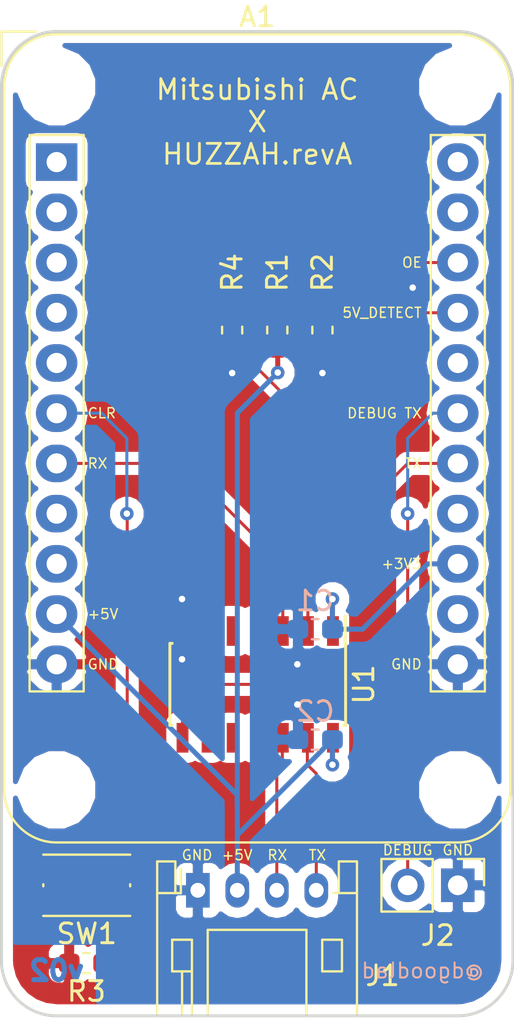
<source format=kicad_pcb>
(kicad_pcb (version 20171130) (host pcbnew 5.0.0+dfsg1-2)

  (general
    (thickness 1.6)
    (drawings 27)
    (tracks 81)
    (zones 0)
    (modules 11)
    (nets 29)
  )

  (page A4)
  (layers
    (0 F.Cu signal)
    (31 B.Cu signal)
    (32 B.Adhes user)
    (33 F.Adhes user)
    (34 B.Paste user)
    (35 F.Paste user)
    (36 B.SilkS user)
    (37 F.SilkS user)
    (38 B.Mask user)
    (39 F.Mask user)
    (40 Dwgs.User user)
    (41 Cmts.User user)
    (42 Eco1.User user)
    (43 Eco2.User user)
    (44 Edge.Cuts user)
    (45 Margin user)
    (46 B.CrtYd user)
    (47 F.CrtYd user)
    (48 B.Fab user hide)
    (49 F.Fab user hide)
  )

  (setup
    (last_trace_width 0.1524)
    (user_trace_width 0.1524)
    (trace_clearance 0.1524)
    (zone_clearance 0.508)
    (zone_45_only no)
    (trace_min 0.1524)
    (segment_width 0.2)
    (edge_width 0.15)
    (via_size 0.6858)
    (via_drill 0.3302)
    (via_min_size 0.6858)
    (via_min_drill 0.3302)
    (uvia_size 0.6858)
    (uvia_drill 0.3302)
    (uvias_allowed no)
    (uvia_min_size 0.2)
    (uvia_min_drill 0.1)
    (pcb_text_width 0.3)
    (pcb_text_size 1.5 1.5)
    (mod_edge_width 0.15)
    (mod_text_size 1 1)
    (mod_text_width 0.15)
    (pad_size 1.524 1.524)
    (pad_drill 0.762)
    (pad_to_mask_clearance 0.00508)
    (aux_axis_origin 0 0)
    (grid_origin 132.390001 82.804)
    (visible_elements FFFFFF7F)
    (pcbplotparams
      (layerselection 0x010fc_ffffffff)
      (usegerberextensions false)
      (usegerberattributes false)
      (usegerberadvancedattributes false)
      (creategerberjobfile false)
      (excludeedgelayer true)
      (linewidth 0.100000)
      (plotframeref false)
      (viasonmask false)
      (mode 1)
      (useauxorigin false)
      (hpglpennumber 1)
      (hpglpenspeed 20)
      (hpglpendiameter 15.000000)
      (psnegative false)
      (psa4output false)
      (plotreference true)
      (plotvalue true)
      (plotinvisibletext false)
      (padsonsilk false)
      (subtractmaskfromsilk false)
      (outputformat 1)
      (mirror false)
      (drillshape 1)
      (scaleselection 1)
      (outputdirectory ""))
  )

  (net 0 "")
  (net 1 +5V)
  (net 2 /5V_DET)
  (net 3 GND)
  (net 4 "Net-(R3-Pad1)")
  (net 5 /OE)
  (net 6 /TX0*_5V)
  (net 7 +3V3)
  (net 8 /TX0*)
  (net 9 /RX0*)
  (net 10 /RX0*_5V)
  (net 11 "Net-(A1-Pad1)")
  (net 12 "Net-(A1-Pad20)")
  (net 13 "Net-(A1-Pad2)")
  (net 14 "Net-(A1-Pad19)")
  (net 15 "Net-(A1-Pad3)")
  (net 16 "Net-(A1-Pad4)")
  (net 17 "Net-(A1-Pad5)")
  (net 18 "Net-(A1-Pad16)")
  (net 19 /CLEAR)
  (net 20 /TX1)
  (net 21 "Net-(A1-Pad8)")
  (net 22 "Net-(A1-Pad12)")
  (net 23 "Net-(U1-Pad4)")
  (net 24 "Net-(U1-Pad5)")
  (net 25 "Net-(U1-Pad6)")
  (net 26 "Net-(U1-Pad9)")
  (net 27 "Net-(U1-Pad10)")
  (net 28 "Net-(U1-Pad11)")

  (net_class Default "This is the default net class."
    (clearance 0.1524)
    (trace_width 0.1524)
    (via_dia 0.6858)
    (via_drill 0.3302)
    (uvia_dia 0.6858)
    (uvia_drill 0.3302)
    (add_net /5V_DET)
    (add_net /CLEAR)
    (add_net /OE)
    (add_net /RX0*)
    (add_net /RX0*_5V)
    (add_net /TX0*)
    (add_net /TX0*_5V)
    (add_net /TX1)
    (add_net "Net-(A1-Pad1)")
    (add_net "Net-(A1-Pad12)")
    (add_net "Net-(A1-Pad16)")
    (add_net "Net-(A1-Pad19)")
    (add_net "Net-(A1-Pad2)")
    (add_net "Net-(A1-Pad20)")
    (add_net "Net-(A1-Pad3)")
    (add_net "Net-(A1-Pad4)")
    (add_net "Net-(A1-Pad5)")
    (add_net "Net-(A1-Pad8)")
    (add_net "Net-(R3-Pad1)")
    (add_net "Net-(U1-Pad10)")
    (add_net "Net-(U1-Pad11)")
    (add_net "Net-(U1-Pad4)")
    (add_net "Net-(U1-Pad5)")
    (add_net "Net-(U1-Pad6)")
    (add_net "Net-(U1-Pad9)")
  )

  (net_class Power ""
    (clearance 0.1524)
    (trace_width 0.254)
    (via_dia 0.6858)
    (via_drill 0.3302)
    (uvia_dia 0.6858)
    (uvia_drill 0.3302)
    (add_net +3V3)
    (add_net +5V)
    (add_net GND)
  )

  (module Package_SO:SOIC-14_3.9x8.7mm_P1.27mm (layer F.Cu) (tedit 5A02F2D3) (tstamp 5C3F46BE)
    (at 142.576001 109.22 270)
    (descr "14-Lead Plastic Small Outline (SL) - Narrow, 3.90 mm Body [SOIC] (see Microchip Packaging Specification 00000049BS.pdf)")
    (tags "SOIC 1.27")
    (path /5C27408B)
    (attr smd)
    (fp_text reference U1 (at 0 -5.375 270) (layer F.SilkS)
      (effects (font (size 1 1) (thickness 0.15)))
    )
    (fp_text value TXB0104DR (at 0 5.375 270) (layer F.Fab)
      (effects (font (size 1 1) (thickness 0.15)))
    )
    (fp_text user %R (at 0 0 270) (layer F.Fab)
      (effects (font (size 0.9 0.9) (thickness 0.135)))
    )
    (fp_line (start -0.95 -4.35) (end 1.95 -4.35) (layer F.Fab) (width 0.15))
    (fp_line (start 1.95 -4.35) (end 1.95 4.35) (layer F.Fab) (width 0.15))
    (fp_line (start 1.95 4.35) (end -1.95 4.35) (layer F.Fab) (width 0.15))
    (fp_line (start -1.95 4.35) (end -1.95 -3.35) (layer F.Fab) (width 0.15))
    (fp_line (start -1.95 -3.35) (end -0.95 -4.35) (layer F.Fab) (width 0.15))
    (fp_line (start -3.7 -4.65) (end -3.7 4.65) (layer F.CrtYd) (width 0.05))
    (fp_line (start 3.7 -4.65) (end 3.7 4.65) (layer F.CrtYd) (width 0.05))
    (fp_line (start -3.7 -4.65) (end 3.7 -4.65) (layer F.CrtYd) (width 0.05))
    (fp_line (start -3.7 4.65) (end 3.7 4.65) (layer F.CrtYd) (width 0.05))
    (fp_line (start -2.075 -4.45) (end -2.075 -4.425) (layer F.SilkS) (width 0.15))
    (fp_line (start 2.075 -4.45) (end 2.075 -4.335) (layer F.SilkS) (width 0.15))
    (fp_line (start 2.075 4.45) (end 2.075 4.335) (layer F.SilkS) (width 0.15))
    (fp_line (start -2.075 4.45) (end -2.075 4.335) (layer F.SilkS) (width 0.15))
    (fp_line (start -2.075 -4.45) (end 2.075 -4.45) (layer F.SilkS) (width 0.15))
    (fp_line (start -2.075 4.45) (end 2.075 4.45) (layer F.SilkS) (width 0.15))
    (fp_line (start -2.075 -4.425) (end -3.45 -4.425) (layer F.SilkS) (width 0.15))
    (pad 1 smd rect (at -2.7 -3.81 270) (size 1.5 0.6) (layers F.Cu F.Paste F.Mask)
      (net 7 +3V3))
    (pad 2 smd rect (at -2.7 -2.54 270) (size 1.5 0.6) (layers F.Cu F.Paste F.Mask)
      (net 8 /TX0*))
    (pad 3 smd rect (at -2.7 -1.27 270) (size 1.5 0.6) (layers F.Cu F.Paste F.Mask)
      (net 9 /RX0*))
    (pad 4 smd rect (at -2.7 0 270) (size 1.5 0.6) (layers F.Cu F.Paste F.Mask)
      (net 23 "Net-(U1-Pad4)"))
    (pad 5 smd rect (at -2.7 1.27 270) (size 1.5 0.6) (layers F.Cu F.Paste F.Mask)
      (net 24 "Net-(U1-Pad5)"))
    (pad 6 smd rect (at -2.7 2.54 270) (size 1.5 0.6) (layers F.Cu F.Paste F.Mask)
      (net 25 "Net-(U1-Pad6)"))
    (pad 7 smd rect (at -2.7 3.81 270) (size 1.5 0.6) (layers F.Cu F.Paste F.Mask)
      (net 3 GND))
    (pad 8 smd rect (at 2.7 3.81 270) (size 1.5 0.6) (layers F.Cu F.Paste F.Mask)
      (net 5 /OE))
    (pad 9 smd rect (at 2.7 2.54 270) (size 1.5 0.6) (layers F.Cu F.Paste F.Mask)
      (net 26 "Net-(U1-Pad9)"))
    (pad 10 smd rect (at 2.7 1.27 270) (size 1.5 0.6) (layers F.Cu F.Paste F.Mask)
      (net 27 "Net-(U1-Pad10)"))
    (pad 11 smd rect (at 2.7 0 270) (size 1.5 0.6) (layers F.Cu F.Paste F.Mask)
      (net 28 "Net-(U1-Pad11)"))
    (pad 12 smd rect (at 2.7 -1.27 270) (size 1.5 0.6) (layers F.Cu F.Paste F.Mask)
      (net 10 /RX0*_5V))
    (pad 13 smd rect (at 2.7 -2.54 270) (size 1.5 0.6) (layers F.Cu F.Paste F.Mask)
      (net 6 /TX0*_5V))
    (pad 14 smd rect (at 2.7 -3.81 270) (size 1.5 0.6) (layers F.Cu F.Paste F.Mask)
      (net 1 +5V))
    (model ${KISYS3DMOD}/Package_SO.3dshapes/SOIC-14_3.9x8.7mm_P1.27mm.wrl
      (at (xyz 0 0 0))
      (scale (xyz 1 1 1))
      (rotate (xyz 0 0 0))
    )
  )

  (module mitsu-huzzah-interface-footprints:Adafruit_HUZZAH_ESP8266_breakout_revA_WithMountingHoles (layer F.Cu) (tedit 5C15C8A3) (tstamp 5C3F77F1)
    (at 132.390001 82.804)
    (descr "32-bit microcontroller module with WiFi, https://www.adafruit.com/product/2471")
    (tags "ESP8266 WiFi microcontroller")
    (path /5C24230A)
    (fp_text reference A1 (at 10.16 -7.35) (layer F.SilkS)
      (effects (font (size 1 1) (thickness 0.15)))
    )
    (fp_text value HUZZAH (at 10.16 35.29) (layer F.Fab)
      (effects (font (size 1 1) (thickness 0.15)))
    )
    (fp_arc (start 0 -3.81) (end -2.54 -3.81) (angle 90) (layer F.Fab) (width 0.1))
    (fp_arc (start 20.32 -3.81) (end 20.32 -6.35) (angle 90) (layer F.Fab) (width 0.1))
    (fp_arc (start 20.32 31.75) (end 22.86 31.75) (angle 90) (layer F.Fab) (width 0.1))
    (fp_arc (start 0 31.75) (end 0 34.29) (angle 90) (layer F.Fab) (width 0.1))
    (fp_arc (start 0 -3.81) (end -2.66 -3.81) (angle 90) (layer F.SilkS) (width 0.12))
    (fp_arc (start 20.32 -3.81) (end 20.32 -6.47) (angle 90) (layer F.SilkS) (width 0.12))
    (fp_arc (start 20.32 31.75) (end 22.98 31.75) (angle 90) (layer F.SilkS) (width 0.12))
    (fp_arc (start 0 31.75) (end 0 34.41) (angle 90) (layer F.SilkS) (width 0.12))
    (fp_line (start 0 -6.35) (end 20.32 -6.35) (layer F.Fab) (width 0.1))
    (fp_line (start 0 34.29) (end 20.32 34.29) (layer F.Fab) (width 0.1))
    (fp_line (start -2.54 -3.81) (end -2.54 31.75) (layer F.Fab) (width 0.1))
    (fp_line (start 22.86 -3.81) (end 22.86 31.75) (layer F.Fab) (width 0.1))
    (fp_line (start -2.79 -4.85) (end -2.79 -6.6) (layer F.Fab) (width 0.1))
    (fp_line (start -2.79 -6.6) (end -1.04 -6.6) (layer F.Fab) (width 0.1))
    (fp_line (start 0 -6.47) (end 20.32 -6.47) (layer F.SilkS) (width 0.12))
    (fp_line (start 0 34.41) (end 20.32 34.41) (layer F.SilkS) (width 0.12))
    (fp_line (start -2.66 -3.81) (end -2.66 31.75) (layer F.SilkS) (width 0.12))
    (fp_line (start 22.98 -3.81) (end 22.98 31.75) (layer F.SilkS) (width 0.12))
    (fp_line (start -2.79 -4.85) (end -2.79 -6.6) (layer F.SilkS) (width 0.12))
    (fp_line (start -2.79 -6.6) (end -1.04 -6.6) (layer F.SilkS) (width 0.12))
    (fp_line (start -1.37 -1.37) (end -1.37 26.77) (layer F.SilkS) (width 0.12))
    (fp_line (start -1.37 26.77) (end 1.37 26.77) (layer F.SilkS) (width 0.12))
    (fp_line (start 1.37 26.77) (end 1.37 -1.37) (layer F.SilkS) (width 0.12))
    (fp_line (start 1.37 -1.37) (end -1.37 -1.37) (layer F.SilkS) (width 0.12))
    (fp_line (start 18.95 -1.37) (end 18.95 26.77) (layer F.SilkS) (width 0.12))
    (fp_line (start 18.95 26.77) (end 21.69 26.77) (layer F.SilkS) (width 0.12))
    (fp_line (start 21.69 26.77) (end 21.69 -1.37) (layer F.SilkS) (width 0.12))
    (fp_line (start 21.69 -1.37) (end 18.95 -1.37) (layer F.SilkS) (width 0.12))
    (fp_line (start -2.79 -6.6) (end -2.79 34.54) (layer F.CrtYd) (width 0.05))
    (fp_line (start -2.79 34.54) (end 23.11 34.54) (layer F.CrtYd) (width 0.05))
    (fp_line (start 23.11 34.54) (end 23.11 -6.6) (layer F.CrtYd) (width 0.05))
    (fp_line (start 23.11 -6.6) (end -2.79 -6.6) (layer F.CrtYd) (width 0.05))
    (fp_text user %R (at 10.16 -5.588) (layer F.Fab)
      (effects (font (size 1 1) (thickness 0.15)))
    )
    (pad 1 thru_hole rect (at 0 0) (size 2.1 1.9) (drill 1.02) (layers *.Cu *.Mask)
      (net 11 "Net-(A1-Pad1)"))
    (pad 18 thru_hole oval (at 20.32 5.08) (size 2.1 1.9) (drill 1.02) (layers *.Cu *.Mask)
      (net 5 /OE))
    (pad 2 thru_hole oval (at 0 2.54) (size 2.1 1.9) (drill 1.02) (layers *.Cu *.Mask)
      (net 13 "Net-(A1-Pad2)"))
    (pad 17 thru_hole oval (at 20.32 7.62) (size 2.1 1.9) (drill 1.02) (layers *.Cu *.Mask)
      (net 2 /5V_DET))
    (pad 3 thru_hole oval (at 0 5.08) (size 2.1 1.9) (drill 1.02) (layers *.Cu *.Mask)
      (net 15 "Net-(A1-Pad3)"))
    (pad 16 thru_hole oval (at 20.32 10.16) (size 2.1 1.9) (drill 1.02) (layers *.Cu *.Mask)
      (net 18 "Net-(A1-Pad16)"))
    (pad 4 thru_hole oval (at 0 7.62) (size 2.1 1.9) (drill 1.02) (layers *.Cu *.Mask)
      (net 16 "Net-(A1-Pad4)"))
    (pad 15 thru_hole oval (at 20.32 12.7) (size 2.1 1.9) (drill 1.02) (layers *.Cu *.Mask)
      (net 20 /TX1))
    (pad 5 thru_hole oval (at 0 10.16) (size 2.1 1.9) (drill 1.02) (layers *.Cu *.Mask)
      (net 17 "Net-(A1-Pad5)"))
    (pad 14 thru_hole oval (at 20.32 15.24) (size 2.1 1.9) (drill 1.02) (layers *.Cu *.Mask)
      (net 8 /TX0*))
    (pad 6 thru_hole oval (at 0 12.7) (size 2.1 1.9) (drill 1.02) (layers *.Cu *.Mask)
      (net 19 /CLEAR))
    (pad "" thru_hole oval (at 20.32 17.78) (size 2.1 1.9) (drill 1.02) (layers *.Cu *.Mask))
    (pad 7 thru_hole oval (at 0 15.24) (size 2.1 1.9) (drill 1.02) (layers *.Cu *.Mask)
      (net 9 /RX0*))
    (pad 13 thru_hole oval (at 20.32 20.32) (size 2.1 1.9) (drill 1.02) (layers *.Cu *.Mask)
      (net 7 +3V3))
    (pad "" thru_hole oval (at 0 17.78) (size 2.1 1.9) (drill 1.02) (layers *.Cu *.Mask))
    (pad 12 thru_hole oval (at 20.32 22.86) (size 2.1 1.9) (drill 1.02) (layers *.Cu *.Mask)
      (net 22 "Net-(A1-Pad12)"))
    (pad 8 thru_hole oval (at 0 20.32) (size 2.1 1.9) (drill 1.02) (layers *.Cu *.Mask)
      (net 21 "Net-(A1-Pad8)"))
    (pad 11 thru_hole oval (at 20.32 25.4) (size 2.1 1.9) (drill 1.02) (layers *.Cu *.Mask)
      (net 3 GND))
    (pad 9 thru_hole oval (at 0 22.86) (size 2.1 1.9) (drill 1.02) (layers *.Cu *.Mask)
      (net 1 +5V))
    (pad "" np_thru_hole circle (at 0 -3.81) (size 2.9 2.9) (drill 2.9) (layers *.Cu *.Mask))
    (pad "" np_thru_hole circle (at 20.32 -3.81) (size 2.9 2.9) (drill 2.9) (layers *.Cu *.Mask))
    (pad "" np_thru_hole circle (at 0 31.75) (size 2.9 2.9) (drill 2.9) (layers *.Cu *.Mask))
    (pad "" np_thru_hole circle (at 20.32 31.75) (size 2.9 2.9) (drill 2.9) (layers *.Cu *.Mask))
    (pad 10 thru_hole oval (at 0 25.4) (size 2.1 1.9) (drill 1.02) (layers *.Cu *.Mask)
      (net 3 GND))
    (pad 20 thru_hole oval (at 20.32 0) (size 2.1 1.9) (drill 1.02) (layers *.Cu *.Mask)
      (net 12 "Net-(A1-Pad20)"))
    (pad 19 thru_hole oval (at 20.32 2.54) (size 2.1 1.9) (drill 1.02) (layers *.Cu *.Mask)
      (net 14 "Net-(A1-Pad19)"))
    (model ${KISYS3DMOD}/Module.3dshapes/Adafruit_HUZZAH_ESP8266_breakout_WithMountingHoles.wrl
      (at (xyz 0 0 0))
      (scale (xyz 1 1 1))
      (rotate (xyz 0 0 0))
    )
  )

  (module Button_Switch_SMD:SW_SPST_KMR2 (layer F.Cu) (tedit 5A02FC95) (tstamp 5C280E3D)
    (at 133.914001 119.38 180)
    (descr "CK components KMR2 tactile switch http://www.ckswitches.com/media/1479/kmr2.pdf")
    (tags "tactile switch kmr2")
    (path /5C244251)
    (attr smd)
    (fp_text reference SW1 (at 0 -2.45 180) (layer F.SilkS)
      (effects (font (size 1 1) (thickness 0.15)))
    )
    (fp_text value KMR2 (at 0 2.55 180) (layer F.Fab)
      (effects (font (size 1 1) (thickness 0.15)))
    )
    (fp_text user %R (at 0 -2.45 180) (layer F.Fab)
      (effects (font (size 1 1) (thickness 0.15)))
    )
    (fp_line (start -2.1 -1.4) (end 2.1 -1.4) (layer F.Fab) (width 0.1))
    (fp_line (start 2.1 -1.4) (end 2.1 1.4) (layer F.Fab) (width 0.1))
    (fp_line (start 2.1 1.4) (end -2.1 1.4) (layer F.Fab) (width 0.1))
    (fp_line (start -2.1 1.4) (end -2.1 -1.4) (layer F.Fab) (width 0.1))
    (fp_line (start 2.2 0.05) (end 2.2 -0.05) (layer F.SilkS) (width 0.12))
    (fp_line (start -2.8 -1.8) (end 2.8 -1.8) (layer F.CrtYd) (width 0.05))
    (fp_line (start 2.8 -1.8) (end 2.8 1.8) (layer F.CrtYd) (width 0.05))
    (fp_line (start 2.8 1.8) (end -2.8 1.8) (layer F.CrtYd) (width 0.05))
    (fp_line (start -2.8 1.8) (end -2.8 -1.8) (layer F.CrtYd) (width 0.05))
    (fp_circle (center 0 0) (end 0 0.8) (layer F.Fab) (width 0.1))
    (fp_line (start -2.2 1.55) (end 2.2 1.55) (layer F.SilkS) (width 0.12))
    (fp_line (start 2.2 -1.55) (end -2.2 -1.55) (layer F.SilkS) (width 0.12))
    (fp_line (start -2.2 0.05) (end -2.2 -0.05) (layer F.SilkS) (width 0.12))
    (pad 1 smd rect (at -2.05 -0.8 270) (size 0.9 1) (layers F.Cu F.Paste F.Mask)
      (net 4 "Net-(R3-Pad1)"))
    (pad 2 smd rect (at -2.05 0.8 270) (size 0.9 1) (layers F.Cu F.Paste F.Mask)
      (net 19 /CLEAR))
    (pad 1 smd rect (at 2.05 -0.8 270) (size 0.9 1) (layers F.Cu F.Paste F.Mask)
      (net 4 "Net-(R3-Pad1)"))
    (pad 2 smd rect (at 2.05 0.8 270) (size 0.9 1) (layers F.Cu F.Paste F.Mask)
      (net 19 /CLEAR))
    (model ${KISYS3DMOD}/Button_Switch_SMD.3dshapes/SW_SPST_KMR2.wrl
      (at (xyz 0 0 0))
      (scale (xyz 1 1 1))
      (rotate (xyz 0 0 0))
    )
  )

  (module Capacitor_SMD:C_0603_1608Metric_Pad1.05x0.95mm_HandSolder (layer B.Cu) (tedit 5B301BBE) (tstamp 5C3F4956)
    (at 145.485001 112.014 180)
    (descr "Capacitor SMD 0603 (1608 Metric), square (rectangular) end terminal, IPC_7351 nominal with elongated pad for handsoldering. (Body size source: http://www.tortai-tech.com/upload/download/2011102023233369053.pdf), generated with kicad-footprint-generator")
    (tags "capacitor handsolder")
    (path /5C24934D)
    (attr smd)
    (fp_text reference C2 (at 0 1.43 180) (layer B.SilkS)
      (effects (font (size 1 1) (thickness 0.15)) (justify mirror))
    )
    (fp_text value 0.1uF (at 0 -1.43 180) (layer B.Fab)
      (effects (font (size 1 1) (thickness 0.15)) (justify mirror))
    )
    (fp_text user %R (at 0 0 180) (layer B.Fab)
      (effects (font (size 0.4 0.4) (thickness 0.06)) (justify mirror))
    )
    (fp_line (start 1.65 -0.73) (end -1.65 -0.73) (layer B.CrtYd) (width 0.05))
    (fp_line (start 1.65 0.73) (end 1.65 -0.73) (layer B.CrtYd) (width 0.05))
    (fp_line (start -1.65 0.73) (end 1.65 0.73) (layer B.CrtYd) (width 0.05))
    (fp_line (start -1.65 -0.73) (end -1.65 0.73) (layer B.CrtYd) (width 0.05))
    (fp_line (start -0.171267 -0.51) (end 0.171267 -0.51) (layer B.SilkS) (width 0.12))
    (fp_line (start -0.171267 0.51) (end 0.171267 0.51) (layer B.SilkS) (width 0.12))
    (fp_line (start 0.8 -0.4) (end -0.8 -0.4) (layer B.Fab) (width 0.1))
    (fp_line (start 0.8 0.4) (end 0.8 -0.4) (layer B.Fab) (width 0.1))
    (fp_line (start -0.8 0.4) (end 0.8 0.4) (layer B.Fab) (width 0.1))
    (fp_line (start -0.8 -0.4) (end -0.8 0.4) (layer B.Fab) (width 0.1))
    (pad 2 smd roundrect (at 0.875 0 180) (size 1.05 0.95) (layers B.Cu B.Paste B.Mask) (roundrect_rratio 0.25)
      (net 3 GND))
    (pad 1 smd roundrect (at -0.875 0 180) (size 1.05 0.95) (layers B.Cu B.Paste B.Mask) (roundrect_rratio 0.25)
      (net 1 +5V))
    (model ${KISYS3DMOD}/Capacitor_SMD.3dshapes/C_0603_1608Metric.wrl
      (at (xyz 0 0 0))
      (scale (xyz 1 1 1))
      (rotate (xyz 0 0 0))
    )
  )

  (module Capacitor_SMD:C_0603_1608Metric_Pad1.05x0.95mm_HandSolder (layer B.Cu) (tedit 5B301BBE) (tstamp 5C38011E)
    (at 145.485001 106.426 180)
    (descr "Capacitor SMD 0603 (1608 Metric), square (rectangular) end terminal, IPC_7351 nominal with elongated pad for handsoldering. (Body size source: http://www.tortai-tech.com/upload/download/2011102023233369053.pdf), generated with kicad-footprint-generator")
    (tags "capacitor handsolder")
    (path /5C247B7C)
    (attr smd)
    (fp_text reference C1 (at 0 1.43 180) (layer B.SilkS)
      (effects (font (size 1 1) (thickness 0.15)) (justify mirror))
    )
    (fp_text value 0.1uF (at 0 -1.43 180) (layer B.Fab)
      (effects (font (size 1 1) (thickness 0.15)) (justify mirror))
    )
    (fp_line (start -0.8 -0.4) (end -0.8 0.4) (layer B.Fab) (width 0.1))
    (fp_line (start -0.8 0.4) (end 0.8 0.4) (layer B.Fab) (width 0.1))
    (fp_line (start 0.8 0.4) (end 0.8 -0.4) (layer B.Fab) (width 0.1))
    (fp_line (start 0.8 -0.4) (end -0.8 -0.4) (layer B.Fab) (width 0.1))
    (fp_line (start -0.171267 0.51) (end 0.171267 0.51) (layer B.SilkS) (width 0.12))
    (fp_line (start -0.171267 -0.51) (end 0.171267 -0.51) (layer B.SilkS) (width 0.12))
    (fp_line (start -1.65 -0.73) (end -1.65 0.73) (layer B.CrtYd) (width 0.05))
    (fp_line (start -1.65 0.73) (end 1.65 0.73) (layer B.CrtYd) (width 0.05))
    (fp_line (start 1.65 0.73) (end 1.65 -0.73) (layer B.CrtYd) (width 0.05))
    (fp_line (start 1.65 -0.73) (end -1.65 -0.73) (layer B.CrtYd) (width 0.05))
    (fp_text user %R (at 0 0 180) (layer B.Fab)
      (effects (font (size 0.4 0.4) (thickness 0.06)) (justify mirror))
    )
    (pad 1 smd roundrect (at -0.875 0 180) (size 1.05 0.95) (layers B.Cu B.Paste B.Mask) (roundrect_rratio 0.25)
      (net 7 +3V3))
    (pad 2 smd roundrect (at 0.875 0 180) (size 1.05 0.95) (layers B.Cu B.Paste B.Mask) (roundrect_rratio 0.25)
      (net 3 GND))
    (model ${KISYS3DMOD}/Capacitor_SMD.3dshapes/C_0603_1608Metric.wrl
      (at (xyz 0 0 0))
      (scale (xyz 1 1 1))
      (rotate (xyz 0 0 0))
    )
  )

  (module Connector_JST:JST_PH_S4B-PH-K_1x04_P2.00mm_Horizontal (layer F.Cu) (tedit 5A0EDEC2) (tstamp 5C280E05)
    (at 139.542 119.634)
    (descr "JST PH series connector, S4B-PH-K (http://www.jst-mfg.com/product/pdf/eng/ePH.pdf), generated with kicad-footprint-generator")
    (tags "connector JST PH top entry")
    (path /5C243A6B)
    (fp_text reference J1 (at 9.358001 4.318) (layer F.SilkS)
      (effects (font (size 1 1) (thickness 0.15)))
    )
    (fp_text value AIRCON (at 3 7.45) (layer F.Fab)
      (effects (font (size 1 1) (thickness 0.15)))
    )
    (fp_line (start -0.86 0.14) (end -1.14 0.14) (layer F.SilkS) (width 0.12))
    (fp_line (start -1.14 0.14) (end -1.14 -1.46) (layer F.SilkS) (width 0.12))
    (fp_line (start -1.14 -1.46) (end -2.06 -1.46) (layer F.SilkS) (width 0.12))
    (fp_line (start -2.06 -1.46) (end -2.06 6.36) (layer F.SilkS) (width 0.12))
    (fp_line (start -2.06 6.36) (end 8.06 6.36) (layer F.SilkS) (width 0.12))
    (fp_line (start 8.06 6.36) (end 8.06 -1.46) (layer F.SilkS) (width 0.12))
    (fp_line (start 8.06 -1.46) (end 7.14 -1.46) (layer F.SilkS) (width 0.12))
    (fp_line (start 7.14 -1.46) (end 7.14 0.14) (layer F.SilkS) (width 0.12))
    (fp_line (start 7.14 0.14) (end 6.86 0.14) (layer F.SilkS) (width 0.12))
    (fp_line (start 0.5 6.36) (end 0.5 2) (layer F.SilkS) (width 0.12))
    (fp_line (start 0.5 2) (end 5.5 2) (layer F.SilkS) (width 0.12))
    (fp_line (start 5.5 2) (end 5.5 6.36) (layer F.SilkS) (width 0.12))
    (fp_line (start -2.06 0.14) (end -1.14 0.14) (layer F.SilkS) (width 0.12))
    (fp_line (start 8.06 0.14) (end 7.14 0.14) (layer F.SilkS) (width 0.12))
    (fp_line (start -1.3 2.5) (end -1.3 4.1) (layer F.SilkS) (width 0.12))
    (fp_line (start -1.3 4.1) (end -0.3 4.1) (layer F.SilkS) (width 0.12))
    (fp_line (start -0.3 4.1) (end -0.3 2.5) (layer F.SilkS) (width 0.12))
    (fp_line (start -0.3 2.5) (end -1.3 2.5) (layer F.SilkS) (width 0.12))
    (fp_line (start 7.3 2.5) (end 7.3 4.1) (layer F.SilkS) (width 0.12))
    (fp_line (start 7.3 4.1) (end 6.3 4.1) (layer F.SilkS) (width 0.12))
    (fp_line (start 6.3 4.1) (end 6.3 2.5) (layer F.SilkS) (width 0.12))
    (fp_line (start 6.3 2.5) (end 7.3 2.5) (layer F.SilkS) (width 0.12))
    (fp_line (start -0.3 4.1) (end -0.3 6.36) (layer F.SilkS) (width 0.12))
    (fp_line (start -0.8 4.1) (end -0.8 6.36) (layer F.SilkS) (width 0.12))
    (fp_line (start -2.45 -1.85) (end -2.45 6.75) (layer F.CrtYd) (width 0.05))
    (fp_line (start -2.45 6.75) (end 8.45 6.75) (layer F.CrtYd) (width 0.05))
    (fp_line (start 8.45 6.75) (end 8.45 -1.85) (layer F.CrtYd) (width 0.05))
    (fp_line (start 8.45 -1.85) (end -2.45 -1.85) (layer F.CrtYd) (width 0.05))
    (fp_line (start -1.25 0.25) (end -1.25 -1.35) (layer F.Fab) (width 0.1))
    (fp_line (start -1.25 -1.35) (end -1.95 -1.35) (layer F.Fab) (width 0.1))
    (fp_line (start -1.95 -1.35) (end -1.95 6.25) (layer F.Fab) (width 0.1))
    (fp_line (start -1.95 6.25) (end 7.95 6.25) (layer F.Fab) (width 0.1))
    (fp_line (start 7.95 6.25) (end 7.95 -1.35) (layer F.Fab) (width 0.1))
    (fp_line (start 7.95 -1.35) (end 7.25 -1.35) (layer F.Fab) (width 0.1))
    (fp_line (start 7.25 -1.35) (end 7.25 0.25) (layer F.Fab) (width 0.1))
    (fp_line (start 7.25 0.25) (end -1.25 0.25) (layer F.Fab) (width 0.1))
    (fp_line (start -0.86 0.14) (end -0.86 -1.075) (layer F.SilkS) (width 0.12))
    (fp_line (start 0 0.875) (end -0.5 1.375) (layer F.Fab) (width 0.1))
    (fp_line (start -0.5 1.375) (end 0.5 1.375) (layer F.Fab) (width 0.1))
    (fp_line (start 0.5 1.375) (end 0 0.875) (layer F.Fab) (width 0.1))
    (fp_text user %R (at 3 2.5) (layer F.Fab)
      (effects (font (size 1 1) (thickness 0.15)))
    )
    (pad 1 thru_hole rect (at 0 0) (size 1.2 1.75) (drill 0.75) (layers *.Cu *.Mask)
      (net 3 GND))
    (pad 2 thru_hole oval (at 2 0) (size 1.2 1.75) (drill 0.75) (layers *.Cu *.Mask)
      (net 1 +5V))
    (pad 3 thru_hole oval (at 4 0) (size 1.2 1.75) (drill 0.75) (layers *.Cu *.Mask)
      (net 10 /RX0*_5V))
    (pad 4 thru_hole oval (at 6 0) (size 1.2 1.75) (drill 0.75) (layers *.Cu *.Mask)
      (net 6 /TX0*_5V))
    (model ${KISYS3DMOD}/Connector_JST.3dshapes/JST_PH_S4B-PH-K_1x04_P2.00mm_Horizontal.wrl
      (at (xyz 0 0 0))
      (scale (xyz 1 1 1))
      (rotate (xyz 0 0 0))
    )
  )

  (module Connector_PinHeader_2.54mm:PinHeader_1x02_P2.54mm_Vertical (layer F.Cu) (tedit 59FED5CC) (tstamp 5C28225E)
    (at 152.710001 119.38 270)
    (descr "Through hole straight pin header, 1x02, 2.54mm pitch, single row")
    (tags "Through hole pin header THT 1x02 2.54mm single row")
    (path /5C243327)
    (fp_text reference J2 (at 2.54 1.016) (layer F.SilkS)
      (effects (font (size 1 1) (thickness 0.15)))
    )
    (fp_text value DEBUG (at 2.54 1.27) (layer F.Fab)
      (effects (font (size 1 1) (thickness 0.15)))
    )
    (fp_line (start -0.635 -1.27) (end 1.27 -1.27) (layer F.Fab) (width 0.1))
    (fp_line (start 1.27 -1.27) (end 1.27 3.81) (layer F.Fab) (width 0.1))
    (fp_line (start 1.27 3.81) (end -1.27 3.81) (layer F.Fab) (width 0.1))
    (fp_line (start -1.27 3.81) (end -1.27 -0.635) (layer F.Fab) (width 0.1))
    (fp_line (start -1.27 -0.635) (end -0.635 -1.27) (layer F.Fab) (width 0.1))
    (fp_line (start -1.33 3.87) (end 1.33 3.87) (layer F.SilkS) (width 0.12))
    (fp_line (start -1.33 1.27) (end -1.33 3.87) (layer F.SilkS) (width 0.12))
    (fp_line (start 1.33 1.27) (end 1.33 3.87) (layer F.SilkS) (width 0.12))
    (fp_line (start -1.33 1.27) (end 1.33 1.27) (layer F.SilkS) (width 0.12))
    (fp_line (start -1.33 0) (end -1.33 -1.33) (layer F.SilkS) (width 0.12))
    (fp_line (start -1.33 -1.33) (end 0 -1.33) (layer F.SilkS) (width 0.12))
    (fp_line (start -1.8 -1.8) (end -1.8 4.35) (layer F.CrtYd) (width 0.05))
    (fp_line (start -1.8 4.35) (end 1.8 4.35) (layer F.CrtYd) (width 0.05))
    (fp_line (start 1.8 4.35) (end 1.8 -1.8) (layer F.CrtYd) (width 0.05))
    (fp_line (start 1.8 -1.8) (end -1.8 -1.8) (layer F.CrtYd) (width 0.05))
    (fp_text user %R (at 0 1.27) (layer F.Fab)
      (effects (font (size 1 1) (thickness 0.15)))
    )
    (pad 1 thru_hole rect (at 0 0 270) (size 1.7 1.7) (drill 1) (layers *.Cu *.Mask)
      (net 3 GND))
    (pad 2 thru_hole oval (at 0 2.54 270) (size 1.7 1.7) (drill 1) (layers *.Cu *.Mask)
      (net 20 /TX1))
    (model ${KISYS3DMOD}/Connector_PinHeader_2.54mm.3dshapes/PinHeader_1x02_P2.54mm_Vertical.wrl
      (at (xyz 0 0 0))
      (scale (xyz 1 1 1))
      (rotate (xyz 0 0 0))
    )
  )

  (module Resistor_SMD:R_0603_1608Metric_Pad1.05x0.95mm_HandSolder (layer F.Cu) (tedit 5C15D956) (tstamp 5C381BD7)
    (at 141.280001 91.299 270)
    (descr "Resistor SMD 0603 (1608 Metric), square (rectangular) end terminal, IPC_7351 nominal with elongated pad for handsoldering. (Body size source: http://www.tortai-tech.com/upload/download/2011102023233369053.pdf), generated with kicad-footprint-generator")
    (tags "resistor handsolder")
    (path /5C246426)
    (attr smd)
    (fp_text reference R4 (at -2.907 0 270) (layer F.SilkS)
      (effects (font (size 1 1) (thickness 0.15)))
    )
    (fp_text value 1K (at 4.459 0 270) (layer F.Fab)
      (effects (font (size 1 1) (thickness 0.15)))
    )
    (fp_text user %R (at 0 0 270) (layer F.Fab)
      (effects (font (size 0.4 0.4) (thickness 0.06)))
    )
    (fp_line (start 1.65 0.73) (end -1.65 0.73) (layer F.CrtYd) (width 0.05))
    (fp_line (start 1.65 -0.73) (end 1.65 0.73) (layer F.CrtYd) (width 0.05))
    (fp_line (start -1.65 -0.73) (end 1.65 -0.73) (layer F.CrtYd) (width 0.05))
    (fp_line (start -1.65 0.73) (end -1.65 -0.73) (layer F.CrtYd) (width 0.05))
    (fp_line (start -0.171267 0.51) (end 0.171267 0.51) (layer F.SilkS) (width 0.12))
    (fp_line (start -0.171267 -0.51) (end 0.171267 -0.51) (layer F.SilkS) (width 0.12))
    (fp_line (start 0.8 0.4) (end -0.8 0.4) (layer F.Fab) (width 0.1))
    (fp_line (start 0.8 -0.4) (end 0.8 0.4) (layer F.Fab) (width 0.1))
    (fp_line (start -0.8 -0.4) (end 0.8 -0.4) (layer F.Fab) (width 0.1))
    (fp_line (start -0.8 0.4) (end -0.8 -0.4) (layer F.Fab) (width 0.1))
    (pad 2 smd roundrect (at 0.875 0 270) (size 1.05 0.95) (layers F.Cu F.Paste F.Mask) (roundrect_rratio 0.25)
      (net 3 GND))
    (pad 1 smd roundrect (at -0.875 0 270) (size 1.05 0.95) (layers F.Cu F.Paste F.Mask) (roundrect_rratio 0.25)
      (net 5 /OE))
    (model ${KISYS3DMOD}/Resistor_SMD.3dshapes/R_0603_1608Metric.wrl
      (at (xyz 0 0 0))
      (scale (xyz 1 1 1))
      (rotate (xyz 0 0 0))
    )
  )

  (module Resistor_SMD:R_0603_1608Metric_Pad1.05x0.95mm_HandSolder (layer F.Cu) (tedit 5B301BBD) (tstamp 5C37C68A)
    (at 133.900001 123.317 180)
    (descr "Resistor SMD 0603 (1608 Metric), square (rectangular) end terminal, IPC_7351 nominal with elongated pad for handsoldering. (Body size source: http://www.tortai-tech.com/upload/download/2011102023233369053.pdf), generated with kicad-footprint-generator")
    (tags "resistor handsolder")
    (path /5C244F76)
    (attr smd)
    (fp_text reference R3 (at 0 -1.43 180) (layer F.SilkS)
      (effects (font (size 1 1) (thickness 0.15)))
    )
    (fp_text value 1K (at 2.78 -0.127 180) (layer F.Fab)
      (effects (font (size 1 1) (thickness 0.15)))
    )
    (fp_line (start -0.8 0.4) (end -0.8 -0.4) (layer F.Fab) (width 0.1))
    (fp_line (start -0.8 -0.4) (end 0.8 -0.4) (layer F.Fab) (width 0.1))
    (fp_line (start 0.8 -0.4) (end 0.8 0.4) (layer F.Fab) (width 0.1))
    (fp_line (start 0.8 0.4) (end -0.8 0.4) (layer F.Fab) (width 0.1))
    (fp_line (start -0.171267 -0.51) (end 0.171267 -0.51) (layer F.SilkS) (width 0.12))
    (fp_line (start -0.171267 0.51) (end 0.171267 0.51) (layer F.SilkS) (width 0.12))
    (fp_line (start -1.65 0.73) (end -1.65 -0.73) (layer F.CrtYd) (width 0.05))
    (fp_line (start -1.65 -0.73) (end 1.65 -0.73) (layer F.CrtYd) (width 0.05))
    (fp_line (start 1.65 -0.73) (end 1.65 0.73) (layer F.CrtYd) (width 0.05))
    (fp_line (start 1.65 0.73) (end -1.65 0.73) (layer F.CrtYd) (width 0.05))
    (fp_text user %R (at 0 0 180) (layer F.Fab)
      (effects (font (size 0.4 0.4) (thickness 0.06)))
    )
    (pad 1 smd roundrect (at -0.875 0 180) (size 1.05 0.95) (layers F.Cu F.Paste F.Mask) (roundrect_rratio 0.25)
      (net 4 "Net-(R3-Pad1)"))
    (pad 2 smd roundrect (at 0.875 0 180) (size 1.05 0.95) (layers F.Cu F.Paste F.Mask) (roundrect_rratio 0.25)
      (net 3 GND))
    (model ${KISYS3DMOD}/Resistor_SMD.3dshapes/R_0603_1608Metric.wrl
      (at (xyz 0 0 0))
      (scale (xyz 1 1 1))
      (rotate (xyz 0 0 0))
    )
  )

  (module Resistor_SMD:R_0603_1608Metric_Pad1.05x0.95mm_HandSolder (layer F.Cu) (tedit 5B301BBD) (tstamp 5C280D42)
    (at 145.852001 91.299 270)
    (descr "Resistor SMD 0603 (1608 Metric), square (rectangular) end terminal, IPC_7351 nominal with elongated pad for handsoldering. (Body size source: http://www.tortai-tech.com/upload/download/2011102023233369053.pdf), generated with kicad-footprint-generator")
    (tags "resistor handsolder")
    (path /5C24485B)
    (attr smd)
    (fp_text reference R2 (at -2.907 0 270) (layer F.SilkS)
      (effects (font (size 1 1) (thickness 0.15)))
    )
    (fp_text value 6K8 (at 3.951 0 270) (layer F.Fab)
      (effects (font (size 1 1) (thickness 0.15)))
    )
    (fp_text user %R (at 0 0 270) (layer F.Fab)
      (effects (font (size 0.4 0.4) (thickness 0.06)))
    )
    (fp_line (start 1.65 0.73) (end -1.65 0.73) (layer F.CrtYd) (width 0.05))
    (fp_line (start 1.65 -0.73) (end 1.65 0.73) (layer F.CrtYd) (width 0.05))
    (fp_line (start -1.65 -0.73) (end 1.65 -0.73) (layer F.CrtYd) (width 0.05))
    (fp_line (start -1.65 0.73) (end -1.65 -0.73) (layer F.CrtYd) (width 0.05))
    (fp_line (start -0.171267 0.51) (end 0.171267 0.51) (layer F.SilkS) (width 0.12))
    (fp_line (start -0.171267 -0.51) (end 0.171267 -0.51) (layer F.SilkS) (width 0.12))
    (fp_line (start 0.8 0.4) (end -0.8 0.4) (layer F.Fab) (width 0.1))
    (fp_line (start 0.8 -0.4) (end 0.8 0.4) (layer F.Fab) (width 0.1))
    (fp_line (start -0.8 -0.4) (end 0.8 -0.4) (layer F.Fab) (width 0.1))
    (fp_line (start -0.8 0.4) (end -0.8 -0.4) (layer F.Fab) (width 0.1))
    (pad 2 smd roundrect (at 0.875 0 270) (size 1.05 0.95) (layers F.Cu F.Paste F.Mask) (roundrect_rratio 0.25)
      (net 3 GND))
    (pad 1 smd roundrect (at -0.875 0 270) (size 1.05 0.95) (layers F.Cu F.Paste F.Mask) (roundrect_rratio 0.25)
      (net 2 /5V_DET))
    (model ${KISYS3DMOD}/Resistor_SMD.3dshapes/R_0603_1608Metric.wrl
      (at (xyz 0 0 0))
      (scale (xyz 1 1 1))
      (rotate (xyz 0 0 0))
    )
  )

  (module Resistor_SMD:R_0603_1608Metric_Pad1.05x0.95mm_HandSolder (layer F.Cu) (tedit 5B301BBD) (tstamp 5C280D31)
    (at 143.566001 91.299 90)
    (descr "Resistor SMD 0603 (1608 Metric), square (rectangular) end terminal, IPC_7351 nominal with elongated pad for handsoldering. (Body size source: http://www.tortai-tech.com/upload/download/2011102023233369053.pdf), generated with kicad-footprint-generator")
    (tags "resistor handsolder")
    (path /5C2447E6)
    (attr smd)
    (fp_text reference R1 (at 2.907 0 90) (layer F.SilkS)
      (effects (font (size 1 1) (thickness 0.15)))
    )
    (fp_text value 3K9 (at -3.951 0 90) (layer F.Fab)
      (effects (font (size 1 1) (thickness 0.15)))
    )
    (fp_line (start -0.8 0.4) (end -0.8 -0.4) (layer F.Fab) (width 0.1))
    (fp_line (start -0.8 -0.4) (end 0.8 -0.4) (layer F.Fab) (width 0.1))
    (fp_line (start 0.8 -0.4) (end 0.8 0.4) (layer F.Fab) (width 0.1))
    (fp_line (start 0.8 0.4) (end -0.8 0.4) (layer F.Fab) (width 0.1))
    (fp_line (start -0.171267 -0.51) (end 0.171267 -0.51) (layer F.SilkS) (width 0.12))
    (fp_line (start -0.171267 0.51) (end 0.171267 0.51) (layer F.SilkS) (width 0.12))
    (fp_line (start -1.65 0.73) (end -1.65 -0.73) (layer F.CrtYd) (width 0.05))
    (fp_line (start -1.65 -0.73) (end 1.65 -0.73) (layer F.CrtYd) (width 0.05))
    (fp_line (start 1.65 -0.73) (end 1.65 0.73) (layer F.CrtYd) (width 0.05))
    (fp_line (start 1.65 0.73) (end -1.65 0.73) (layer F.CrtYd) (width 0.05))
    (fp_text user %R (at 0 0 90) (layer F.Fab)
      (effects (font (size 0.4 0.4) (thickness 0.06)))
    )
    (pad 1 smd roundrect (at -0.875 0 90) (size 1.05 0.95) (layers F.Cu F.Paste F.Mask) (roundrect_rratio 0.25)
      (net 1 +5V))
    (pad 2 smd roundrect (at 0.875 0 90) (size 1.05 0.95) (layers F.Cu F.Paste F.Mask) (roundrect_rratio 0.25)
      (net 2 /5V_DET))
    (model ${KISYS3DMOD}/Resistor_SMD.3dshapes/R_0603_1608Metric.wrl
      (at (xyz 0 0 0))
      (scale (xyz 1 1 1))
      (rotate (xyz 0 0 0))
    )
  )

  (gr_text GND (at 152.710001 117.602) (layer F.SilkS) (tstamp 5C38270F)
    (effects (font (size 0.508 0.508) (thickness 0.0762)))
  )
  (gr_text DEBUG (at 150.170001 117.602) (layer F.SilkS) (tstamp 5C38270F)
    (effects (font (size 0.508 0.508) (thickness 0.0762)))
  )
  (gr_text "DEBUG TX" (at 150.932001 95.504) (layer F.SilkS) (tstamp 5C382703)
    (effects (font (size 0.508 0.508) (thickness 0.0762)) (justify right))
  )
  (gr_text GND (at 150.932001 108.204) (layer F.SilkS) (tstamp 5C382703)
    (effects (font (size 0.508 0.508) (thickness 0.0762)) (justify right))
  )
  (gr_text +3V3 (at 150.932001 103.124) (layer F.SilkS) (tstamp 5C382703)
    (effects (font (size 0.508 0.508) (thickness 0.0762)) (justify right))
  )
  (gr_text TX (at 150.932001 98.044) (layer F.SilkS) (tstamp 5C382703)
    (effects (font (size 0.508 0.508) (thickness 0.0762)) (justify right))
  )
  (gr_text 5V_DETECT (at 150.932001 90.424) (layer F.SilkS) (tstamp 5C382703)
    (effects (font (size 0.508 0.508) (thickness 0.0762)) (justify right))
  )
  (gr_text OE (at 150.932001 87.884) (layer F.SilkS) (tstamp 5C38256B)
    (effects (font (size 0.508 0.508) (thickness 0.0762)) (justify right))
  )
  (gr_text CLR (at 133.914001 95.504) (layer F.SilkS) (tstamp 5C38256B)
    (effects (font (size 0.508 0.508) (thickness 0.0762)) (justify left))
  )
  (gr_text RX (at 133.914001 98.044) (layer F.SilkS) (tstamp 5C38256B)
    (effects (font (size 0.508 0.508) (thickness 0.0762)) (justify left))
  )
  (gr_text GND (at 133.914001 108.204) (layer F.SilkS) (tstamp 5C38256B)
    (effects (font (size 0.508 0.508) (thickness 0.0762)) (justify left))
  )
  (gr_text +5V (at 133.914001 105.664) (layer F.SilkS) (tstamp 5C3824E9)
    (effects (font (size 0.508 0.508) (thickness 0.0762)) (justify left))
  )
  (gr_text TX (at 145.598001 117.856) (layer F.SilkS) (tstamp 5C382298)
    (effects (font (size 0.508 0.508) (thickness 0.0762)))
  )
  (gr_text RX (at 143.566001 117.856) (layer F.SilkS) (tstamp 5C382298)
    (effects (font (size 0.508 0.508) (thickness 0.0762)))
  )
  (gr_text +5V (at 141.534001 117.856) (layer F.SilkS) (tstamp 5C382296)
    (effects (font (size 0.508 0.508) (thickness 0.0762)))
  )
  (gr_text GND (at 139.502001 117.856) (layer F.SilkS)
    (effects (font (size 0.508 0.508) (thickness 0.0762)))
  )
  (gr_text @dgoodlad (at 150.932001 123.698) (layer B.SilkS) (tstamp 5C38216F)
    (effects (font (size 0.762 0.762) (thickness 0.1016)) (justify mirror))
  )
  (gr_text v02 (at 132.390001 123.698) (layer B.Cu)
    (effects (font (size 1.016 1.016) (thickness 0.254)) (justify mirror))
  )
  (gr_text "Mitsubishi AC\nX\nHUZZAH.revA" (at 142.550001 80.772) (layer F.SilkS)
    (effects (font (size 1.016 1.016) (thickness 0.1397)))
  )
  (gr_arc (start 132.390001 123.19) (end 129.596001 123.19) (angle -90) (layer Edge.Cuts) (width 0.15) (tstamp 5C37DBA1))
  (gr_arc (start 152.710001 123.19) (end 152.710001 125.984) (angle -90) (layer Edge.Cuts) (width 0.15) (tstamp 5C37DBA1))
  (gr_arc (start 152.710001 78.994) (end 155.504001 78.994) (angle -90) (layer Edge.Cuts) (width 0.15))
  (gr_arc (start 132.390001 78.994) (end 132.390001 76.2) (angle -90) (layer Edge.Cuts) (width 0.15))
  (gr_line (start 152.710001 76.2) (end 132.390001 76.2) (layer Edge.Cuts) (width 0.15))
  (gr_line (start 155.504001 123.19) (end 155.504001 78.994) (layer Edge.Cuts) (width 0.15))
  (gr_line (start 132.390001 125.984) (end 152.710001 125.984) (layer Edge.Cuts) (width 0.15))
  (gr_line (start 129.596001 78.994) (end 129.596001 123.19) (layer Edge.Cuts) (width 0.15))

  (via (at 146.360001 113.284) (size 0.6858) (drill 0.3302) (layers F.Cu B.Cu) (net 1))
  (segment (start 146.360001 112.014) (end 146.360001 113.284) (width 0.254) (layer B.Cu) (net 1) (status 10))
  (segment (start 146.360001 111.946) (end 146.386001 111.92) (width 0.254) (layer F.Cu) (net 1) (status 30))
  (segment (start 146.360001 113.284) (end 146.360001 111.946) (width 0.254) (layer F.Cu) (net 1) (status 20))
  (via (at 143.589113 93.448888) (size 0.6858) (drill 0.3302) (layers F.Cu B.Cu) (net 1))
  (segment (start 143.589113 92.197112) (end 143.566001 92.174) (width 0.254) (layer F.Cu) (net 1))
  (segment (start 143.589113 93.448888) (end 143.589113 92.197112) (width 0.254) (layer F.Cu) (net 1))
  (segment (start 141.542 95.496001) (end 143.589113 93.448888) (width 0.254) (layer B.Cu) (net 1))
  (segment (start 141.542 110.49) (end 141.542 105.664) (width 0.254) (layer B.Cu) (net 1))
  (segment (start 141.542 105.664) (end 141.542 95.496001) (width 0.254) (layer B.Cu) (net 1))
  (segment (start 145.860929 112.513072) (end 145.860929 112.521071) (width 0.254) (layer B.Cu) (net 1))
  (segment (start 146.360001 112.014) (end 145.860929 112.513072) (width 0.254) (layer B.Cu) (net 1))
  (segment (start 141.542 119.634) (end 141.542 116.84) (width 0.254) (layer B.Cu) (net 1))
  (segment (start 145.860929 112.521071) (end 141.542 116.84) (width 0.254) (layer B.Cu) (net 1))
  (segment (start 141.542 113.792) (end 141.542 110.49) (width 0.254) (layer B.Cu) (net 1))
  (segment (start 141.542 116.84) (end 141.542 113.792) (width 0.254) (layer B.Cu) (net 1))
  (segment (start 141.534001 114.808) (end 132.390001 105.664) (width 0.254) (layer B.Cu) (net 1))
  (segment (start 141.534001 115.316) (end 141.534001 114.808) (width 0.254) (layer B.Cu) (net 1))
  (segment (start 143.566001 90.424) (end 145.852001 90.424) (width 0.1524) (layer F.Cu) (net 2))
  (segment (start 145.852001 90.424) (end 152.710001 90.424) (width 0.1524) (layer F.Cu) (net 2))
  (via (at 145.852001 93.472) (size 0.6858) (drill 0.3302) (layers F.Cu B.Cu) (net 3))
  (via (at 141.280001 93.472) (size 0.6858) (drill 0.3302) (layers F.Cu B.Cu) (net 3))
  (via (at 138.740001 107.95) (size 0.6858) (drill 0.3302) (layers F.Cu B.Cu) (net 3))
  (via (at 138.740001 104.902) (size 0.6858) (drill 0.3302) (layers F.Cu B.Cu) (net 3))
  (via (at 144.582001 108.204) (size 0.6858) (drill 0.3302) (layers F.Cu B.Cu) (net 3))
  (via (at 144.582001 110.236) (size 0.6858) (drill 0.3302) (layers F.Cu B.Cu) (net 3))
  (via (at 150.424001 89.154) (size 0.6858) (drill 0.3302) (layers F.Cu B.Cu) (net 3))
  (segment (start 135.964001 122.128) (end 135.964001 120.18) (width 0.1524) (layer F.Cu) (net 4))
  (segment (start 134.775001 123.317) (end 135.964001 122.128) (width 0.1524) (layer F.Cu) (net 4))
  (segment (start 135.311601 120.18) (end 131.864001 120.18) (width 0.1524) (layer F.Cu) (net 4))
  (segment (start 135.964001 120.18) (end 135.311601 120.18) (width 0.1524) (layer F.Cu) (net 4))
  (segment (start 142.607483 109.22) (end 140.518001 109.22) (width 0.1524) (layer F.Cu) (net 5))
  (segment (start 138.766001 110.972) (end 138.766001 111.92) (width 0.1524) (layer F.Cu) (net 5))
  (segment (start 144.455001 107.372482) (end 142.607483 109.22) (width 0.1524) (layer F.Cu) (net 5))
  (segment (start 140.518001 109.22) (end 138.766001 110.972) (width 0.1524) (layer F.Cu) (net 5))
  (segment (start 144.455001 96.139) (end 144.455001 96.266) (width 0.1524) (layer F.Cu) (net 5))
  (segment (start 144.455001 96.266) (end 144.455001 107.372482) (width 0.1524) (layer F.Cu) (net 5) (tstamp 5C3F76EF))
  (segment (start 144.455001 95.123) (end 144.455001 96.266) (width 0.1524) (layer F.Cu) (net 5))
  (segment (start 142.423001 93.091) (end 144.455001 95.123) (width 0.1524) (layer F.Cu) (net 5))
  (segment (start 141.280001 90.424) (end 142.423001 91.567) (width 0.1524) (layer F.Cu) (net 5))
  (segment (start 142.423001 91.567) (end 142.423001 93.091) (width 0.1524) (layer F.Cu) (net 5))
  (segment (start 142.677001 87.884) (end 152.710001 87.884) (width 0.1524) (layer F.Cu) (net 5))
  (segment (start 141.280001 90.424) (end 141.280001 89.281) (width 0.1524) (layer F.Cu) (net 5))
  (segment (start 141.280001 89.281) (end 142.677001 87.884) (width 0.1524) (layer F.Cu) (net 5))
  (segment (start 145.090001 111.946) (end 145.116001 111.92) (width 0.1524) (layer F.Cu) (net 6))
  (segment (start 145.090001 113.284) (end 145.090001 111.946) (width 0.1524) (layer F.Cu) (net 6))
  (segment (start 145.542 119.634) (end 145.542 113.735999) (width 0.1524) (layer F.Cu) (net 6))
  (segment (start 145.542 113.735999) (end 145.090001 113.284) (width 0.1524) (layer F.Cu) (net 6))
  (segment (start 147.884001 106.426) (end 146.360001 106.426) (width 0.254) (layer B.Cu) (net 7) (status 20))
  (segment (start 152.710001 103.124) (end 151.186001 103.124) (width 0.254) (layer B.Cu) (net 7) (status 10))
  (segment (start 151.186001 103.124) (end 147.884001 106.426) (width 0.254) (layer B.Cu) (net 7))
  (via (at 146.360001 104.902) (size 0.6858) (drill 0.3302) (layers F.Cu B.Cu) (net 7))
  (segment (start 146.360001 106.426) (end 146.360001 104.902) (width 0.254) (layer B.Cu) (net 7) (status 10))
  (segment (start 146.360001 106.494) (end 146.386001 106.52) (width 0.254) (layer F.Cu) (net 7) (status 30))
  (segment (start 146.360001 104.902) (end 146.360001 106.494) (width 0.254) (layer F.Cu) (net 7) (status 20))
  (segment (start 145.116001 103.098) (end 145.116001 106.52) (width 0.1524) (layer F.Cu) (net 8) (status 20))
  (segment (start 152.710001 98.044) (end 150.170001 98.044) (width 0.1524) (layer F.Cu) (net 8) (status 10))
  (segment (start 150.170001 98.044) (end 145.116001 103.098) (width 0.1524) (layer F.Cu) (net 8))
  (segment (start 143.846001 103.15) (end 143.846001 106.52) (width 0.1524) (layer F.Cu) (net 9) (status 20))
  (segment (start 132.390001 98.044) (end 138.740001 98.044) (width 0.1524) (layer F.Cu) (net 9) (status 10))
  (segment (start 138.740001 98.044) (end 143.846001 103.15) (width 0.1524) (layer F.Cu) (net 9))
  (segment (start 143.566001 119.609999) (end 143.542 119.634) (width 0.1524) (layer F.Cu) (net 10) (status 30))
  (segment (start 143.820001 111.946) (end 143.846001 111.92) (width 0.1524) (layer F.Cu) (net 10))
  (segment (start 143.820001 113.284) (end 143.820001 111.946) (width 0.1524) (layer F.Cu) (net 10))
  (segment (start 143.542 119.634) (end 143.542 113.562001) (width 0.1524) (layer F.Cu) (net 10))
  (segment (start 143.542 113.562001) (end 143.820001 113.284) (width 0.1524) (layer F.Cu) (net 10))
  (segment (start 132.390001 95.504) (end 132.490001 95.504) (width 0.1524) (layer F.Cu) (net 19))
  (segment (start 135.964001 118.58) (end 131.864001 118.58) (width 0.1524) (layer F.Cu) (net 19))
  (via (at 135.946001 100.584) (size 0.6858) (drill 0.3302) (layers F.Cu B.Cu) (net 19))
  (segment (start 135.964001 118.58) (end 135.964001 100.602) (width 0.1524) (layer F.Cu) (net 19))
  (segment (start 135.964001 100.602) (end 135.946001 100.584) (width 0.1524) (layer F.Cu) (net 19))
  (segment (start 135.946001 96.774) (end 135.946001 100.099067) (width 0.1524) (layer B.Cu) (net 19))
  (segment (start 132.390001 95.504) (end 134.676001 95.504) (width 0.1524) (layer B.Cu) (net 19))
  (segment (start 135.946001 100.099067) (end 135.946001 100.584) (width 0.1524) (layer B.Cu) (net 19))
  (segment (start 134.676001 95.504) (end 135.946001 96.774) (width 0.1524) (layer B.Cu) (net 19))
  (via (at 150.170001 100.584) (size 0.6858) (drill 0.3302) (layers F.Cu B.Cu) (net 20))
  (segment (start 150.170001 119.38) (end 150.170001 100.584) (width 0.1524) (layer F.Cu) (net 20))
  (segment (start 150.170001 100.099067) (end 150.170001 100.584) (width 0.1524) (layer B.Cu) (net 20))
  (segment (start 152.710001 95.504) (end 151.440001 95.504) (width 0.1524) (layer B.Cu) (net 20))
  (segment (start 150.170001 96.774) (end 150.170001 100.099067) (width 0.1524) (layer B.Cu) (net 20))
  (segment (start 151.440001 95.504) (end 150.170001 96.774) (width 0.1524) (layer B.Cu) (net 20))

  (zone (net 3) (net_name GND) (layer F.Cu) (tstamp 0) (hatch edge 0.508)
    (connect_pads (clearance 0.508))
    (min_thickness 0.254)
    (fill yes (arc_segments 16) (thermal_gap 0.508) (thermal_bridge_width 0.508))
    (polygon
      (pts
        (xy 129.596001 76.2) (xy 155.504001 76.2) (xy 155.504001 125.984) (xy 129.596001 125.984)
      )
    )
    (filled_polygon
      (pts
        (xy 151.528943 77.226422) (xy 150.942423 77.812942) (xy 150.625001 78.579268) (xy 150.625001 79.408732) (xy 150.942423 80.175058)
        (xy 151.528943 80.761578) (xy 152.295269 81.079) (xy 153.124733 81.079) (xy 153.891059 80.761578) (xy 154.477579 80.175058)
        (xy 154.794002 79.411144) (xy 154.794001 114.136854) (xy 154.477579 113.372942) (xy 153.891059 112.786422) (xy 153.124733 112.469)
        (xy 152.295269 112.469) (xy 151.528943 112.786422) (xy 150.942423 113.372942) (xy 150.881201 113.520745) (xy 150.881201 108.576588)
        (xy 151.069415 108.576588) (xy 151.312713 109.113162) (xy 151.759384 109.540407) (xy 152.335554 109.764196) (xy 152.583001 109.62917)
        (xy 152.583001 108.331) (xy 152.837001 108.331) (xy 152.837001 109.62917) (xy 153.084448 109.764196) (xy 153.660618 109.540407)
        (xy 154.107289 109.113162) (xy 154.350587 108.576588) (xy 154.230585 108.331) (xy 152.837001 108.331) (xy 152.583001 108.331)
        (xy 151.189417 108.331) (xy 151.069415 108.576588) (xy 150.881201 108.576588) (xy 150.881201 101.255759) (xy 150.999024 101.137936)
        (xy 151.070035 100.966502) (xy 151.116965 101.202436) (xy 151.46728 101.726721) (xy 151.657767 101.854) (xy 151.46728 101.981279)
        (xy 151.116965 102.505564) (xy 150.99395 103.124) (xy 151.116965 103.742436) (xy 151.46728 104.266721) (xy 151.657767 104.394)
        (xy 151.46728 104.521279) (xy 151.116965 105.045564) (xy 150.99395 105.664) (xy 151.116965 106.282436) (xy 151.46728 106.806721)
        (xy 151.676719 106.946663) (xy 151.312713 107.294838) (xy 151.069415 107.831412) (xy 151.189417 108.077) (xy 152.583001 108.077)
        (xy 152.583001 108.057) (xy 152.837001 108.057) (xy 152.837001 108.077) (xy 154.230585 108.077) (xy 154.350587 107.831412)
        (xy 154.107289 107.294838) (xy 153.743283 106.946663) (xy 153.952722 106.806721) (xy 154.303037 106.282436) (xy 154.426052 105.664)
        (xy 154.303037 105.045564) (xy 153.952722 104.521279) (xy 153.762235 104.394) (xy 153.952722 104.266721) (xy 154.303037 103.742436)
        (xy 154.426052 103.124) (xy 154.303037 102.505564) (xy 153.952722 101.981279) (xy 153.762235 101.854) (xy 153.952722 101.726721)
        (xy 154.303037 101.202436) (xy 154.426052 100.584) (xy 154.303037 99.965564) (xy 153.952722 99.441279) (xy 153.762235 99.314)
        (xy 153.952722 99.186721) (xy 154.303037 98.662436) (xy 154.426052 98.044) (xy 154.303037 97.425564) (xy 153.952722 96.901279)
        (xy 153.762235 96.774) (xy 153.952722 96.646721) (xy 154.303037 96.122436) (xy 154.426052 95.504) (xy 154.303037 94.885564)
        (xy 153.952722 94.361279) (xy 153.762235 94.234) (xy 153.952722 94.106721) (xy 154.303037 93.582436) (xy 154.426052 92.964)
        (xy 154.303037 92.345564) (xy 153.952722 91.821279) (xy 153.762235 91.694) (xy 153.952722 91.566721) (xy 154.303037 91.042436)
        (xy 154.426052 90.424) (xy 154.303037 89.805564) (xy 153.952722 89.281279) (xy 153.762235 89.154) (xy 153.952722 89.026721)
        (xy 154.303037 88.502436) (xy 154.426052 87.884) (xy 154.303037 87.265564) (xy 153.952722 86.741279) (xy 153.762235 86.614)
        (xy 153.952722 86.486721) (xy 154.303037 85.962436) (xy 154.426052 85.344) (xy 154.303037 84.725564) (xy 153.952722 84.201279)
        (xy 153.762235 84.074) (xy 153.952722 83.946721) (xy 154.303037 83.422436) (xy 154.426052 82.804) (xy 154.303037 82.185564)
        (xy 153.952722 81.661279) (xy 153.428437 81.310964) (xy 152.966104 81.219) (xy 152.453898 81.219) (xy 151.991565 81.310964)
        (xy 151.46728 81.661279) (xy 151.116965 82.185564) (xy 150.99395 82.804) (xy 151.116965 83.422436) (xy 151.46728 83.946721)
        (xy 151.657767 84.074) (xy 151.46728 84.201279) (xy 151.116965 84.725564) (xy 150.99395 85.344) (xy 151.116965 85.962436)
        (xy 151.46728 86.486721) (xy 151.657767 86.614) (xy 151.46728 86.741279) (xy 151.178948 87.1728) (xy 142.747042 87.1728)
        (xy 142.677 87.158868) (xy 142.606958 87.1728) (xy 142.606955 87.1728) (xy 142.399505 87.214064) (xy 142.399504 87.214065)
        (xy 142.399503 87.214065) (xy 142.223636 87.331576) (xy 142.223634 87.331578) (xy 142.164255 87.371254) (xy 142.124579 87.430633)
        (xy 140.826635 88.728578) (xy 140.767256 88.768254) (xy 140.72758 88.827633) (xy 140.727577 88.827636) (xy 140.610066 89.003504)
        (xy 140.554869 89.281) (xy 140.568802 89.351046) (xy 140.568802 89.409158) (xy 140.416754 89.510753) (xy 140.224923 89.797848)
        (xy 140.157561 90.1365) (xy 140.157561 90.7115) (xy 140.224923 91.050152) (xy 140.337436 91.21854) (xy 140.266674 91.289302)
        (xy 140.170001 91.522691) (xy 140.170001 91.88825) (xy 140.328751 92.047) (xy 141.153001 92.047) (xy 141.153001 92.027)
        (xy 141.407001 92.027) (xy 141.407001 92.047) (xy 141.427001 92.047) (xy 141.427001 92.301) (xy 141.407001 92.301)
        (xy 141.407001 93.17525) (xy 141.565751 93.334) (xy 141.746204 93.334) (xy 141.753066 93.368496) (xy 141.870577 93.544364)
        (xy 141.87058 93.544367) (xy 141.910256 93.603746) (xy 141.969635 93.643422) (xy 143.743801 95.417589) (xy 143.743802 96.068951)
        (xy 143.743801 96.068955) (xy 143.743801 96.195955) (xy 143.743802 102.042012) (xy 139.292425 97.590636) (xy 139.252747 97.531254)
        (xy 139.017497 97.374064) (xy 138.810047 97.3328) (xy 138.810042 97.3328) (xy 138.740001 97.318868) (xy 138.66996 97.3328)
        (xy 133.921054 97.3328) (xy 133.632722 96.901279) (xy 133.442235 96.774) (xy 133.632722 96.646721) (xy 133.983037 96.122436)
        (xy 134.106052 95.504) (xy 133.983037 94.885564) (xy 133.632722 94.361279) (xy 133.442235 94.234) (xy 133.632722 94.106721)
        (xy 133.983037 93.582436) (xy 134.106052 92.964) (xy 134.005751 92.45975) (xy 140.170001 92.45975) (xy 140.170001 92.825309)
        (xy 140.266674 93.058698) (xy 140.445302 93.237327) (xy 140.678691 93.334) (xy 140.994251 93.334) (xy 141.153001 93.17525)
        (xy 141.153001 92.301) (xy 140.328751 92.301) (xy 140.170001 92.45975) (xy 134.005751 92.45975) (xy 133.983037 92.345564)
        (xy 133.632722 91.821279) (xy 133.442235 91.694) (xy 133.632722 91.566721) (xy 133.983037 91.042436) (xy 134.106052 90.424)
        (xy 133.983037 89.805564) (xy 133.632722 89.281279) (xy 133.442235 89.154) (xy 133.632722 89.026721) (xy 133.983037 88.502436)
        (xy 134.106052 87.884) (xy 133.983037 87.265564) (xy 133.632722 86.741279) (xy 133.442235 86.614) (xy 133.632722 86.486721)
        (xy 133.983037 85.962436) (xy 134.106052 85.344) (xy 133.983037 84.725564) (xy 133.719408 84.331014) (xy 133.89781 84.211809)
        (xy 134.038158 84.001765) (xy 134.087441 83.754) (xy 134.087441 81.854) (xy 134.038158 81.606235) (xy 133.89781 81.396191)
        (xy 133.687766 81.255843) (xy 133.440001 81.20656) (xy 131.340001 81.20656) (xy 131.092236 81.255843) (xy 130.882192 81.396191)
        (xy 130.741844 81.606235) (xy 130.692561 81.854) (xy 130.692561 83.754) (xy 130.741844 84.001765) (xy 130.882192 84.211809)
        (xy 131.060594 84.331014) (xy 130.796965 84.725564) (xy 130.67395 85.344) (xy 130.796965 85.962436) (xy 131.14728 86.486721)
        (xy 131.337767 86.614) (xy 131.14728 86.741279) (xy 130.796965 87.265564) (xy 130.67395 87.884) (xy 130.796965 88.502436)
        (xy 131.14728 89.026721) (xy 131.337767 89.154) (xy 131.14728 89.281279) (xy 130.796965 89.805564) (xy 130.67395 90.424)
        (xy 130.796965 91.042436) (xy 131.14728 91.566721) (xy 131.337767 91.694) (xy 131.14728 91.821279) (xy 130.796965 92.345564)
        (xy 130.67395 92.964) (xy 130.796965 93.582436) (xy 131.14728 94.106721) (xy 131.337767 94.234) (xy 131.14728 94.361279)
        (xy 130.796965 94.885564) (xy 130.67395 95.504) (xy 130.796965 96.122436) (xy 131.14728 96.646721) (xy 131.337767 96.774)
        (xy 131.14728 96.901279) (xy 130.796965 97.425564) (xy 130.67395 98.044) (xy 130.796965 98.662436) (xy 131.14728 99.186721)
        (xy 131.337767 99.314) (xy 131.14728 99.441279) (xy 130.796965 99.965564) (xy 130.67395 100.584) (xy 130.796965 101.202436)
        (xy 131.14728 101.726721) (xy 131.337767 101.854) (xy 131.14728 101.981279) (xy 130.796965 102.505564) (xy 130.67395 103.124)
        (xy 130.796965 103.742436) (xy 131.14728 104.266721) (xy 131.337767 104.394) (xy 131.14728 104.521279) (xy 130.796965 105.045564)
        (xy 130.67395 105.664) (xy 130.796965 106.282436) (xy 131.14728 106.806721) (xy 131.356719 106.946663) (xy 130.992713 107.294838)
        (xy 130.749415 107.831412) (xy 130.869417 108.077) (xy 132.263001 108.077) (xy 132.263001 108.057) (xy 132.517001 108.057)
        (xy 132.517001 108.077) (xy 133.910585 108.077) (xy 134.030587 107.831412) (xy 133.787289 107.294838) (xy 133.423283 106.946663)
        (xy 133.632722 106.806721) (xy 133.983037 106.282436) (xy 134.106052 105.664) (xy 133.983037 105.045564) (xy 133.632722 104.521279)
        (xy 133.442235 104.394) (xy 133.632722 104.266721) (xy 133.983037 103.742436) (xy 134.106052 103.124) (xy 133.983037 102.505564)
        (xy 133.632722 101.981279) (xy 133.442235 101.854) (xy 133.632722 101.726721) (xy 133.983037 101.202436) (xy 134.106052 100.584)
        (xy 133.983037 99.965564) (xy 133.632722 99.441279) (xy 133.442235 99.314) (xy 133.632722 99.186721) (xy 133.921054 98.7552)
        (xy 138.445413 98.7552) (xy 143.134801 103.444589) (xy 143.134802 105.179217) (xy 143.123766 105.171843) (xy 142.876001 105.12256)
        (xy 142.276001 105.12256) (xy 142.028236 105.171843) (xy 141.941001 105.230132) (xy 141.853766 105.171843) (xy 141.606001 105.12256)
        (xy 141.006001 105.12256) (xy 140.758236 105.171843) (xy 140.671001 105.230132) (xy 140.583766 105.171843) (xy 140.336001 105.12256)
        (xy 139.736001 105.12256) (xy 139.488236 105.171843) (xy 139.409029 105.224768) (xy 139.192311 105.135) (xy 139.051751 105.135)
        (xy 138.893001 105.29375) (xy 138.893001 106.393) (xy 138.913001 106.393) (xy 138.913001 106.647) (xy 138.893001 106.647)
        (xy 138.893001 107.74625) (xy 139.051751 107.905) (xy 139.192311 107.905) (xy 139.409029 107.815232) (xy 139.488236 107.868157)
        (xy 139.736001 107.91744) (xy 140.336001 107.91744) (xy 140.583766 107.868157) (xy 140.671001 107.809868) (xy 140.758236 107.868157)
        (xy 141.006001 107.91744) (xy 141.606001 107.91744) (xy 141.853766 107.868157) (xy 141.941001 107.809868) (xy 142.028236 107.868157)
        (xy 142.276001 107.91744) (xy 142.876001 107.91744) (xy 142.91127 107.910425) (xy 142.312895 108.5088) (xy 140.588042 108.5088)
        (xy 140.518 108.494868) (xy 140.447958 108.5088) (xy 140.447955 108.5088) (xy 140.240505 108.550064) (xy 140.240504 108.550065)
        (xy 140.240503 108.550065) (xy 140.064636 108.667576) (xy 140.064634 108.667578) (xy 140.005255 108.707254) (xy 139.965579 108.766633)
        (xy 138.312635 110.419578) (xy 138.253255 110.459255) (xy 138.213579 110.518634) (xy 138.213577 110.518636) (xy 138.145592 110.620382)
        (xy 138.008192 110.712191) (xy 137.867844 110.922235) (xy 137.818561 111.17) (xy 137.818561 112.67) (xy 137.867844 112.917765)
        (xy 138.008192 113.127809) (xy 138.218236 113.268157) (xy 138.466001 113.31744) (xy 139.066001 113.31744) (xy 139.313766 113.268157)
        (xy 139.401001 113.209868) (xy 139.488236 113.268157) (xy 139.736001 113.31744) (xy 140.336001 113.31744) (xy 140.583766 113.268157)
        (xy 140.671001 113.209868) (xy 140.758236 113.268157) (xy 141.006001 113.31744) (xy 141.606001 113.31744) (xy 141.853766 113.268157)
        (xy 141.941001 113.209868) (xy 142.028236 113.268157) (xy 142.276001 113.31744) (xy 142.865514 113.31744) (xy 142.816868 113.562001)
        (xy 142.830801 113.632047) (xy 142.8308 118.348887) (xy 142.651615 118.468615) (xy 142.542 118.632666) (xy 142.432385 118.468615)
        (xy 142.023872 118.195656) (xy 141.542 118.099805) (xy 141.060127 118.195656) (xy 140.69659 118.438564) (xy 140.680327 118.399301)
        (xy 140.501698 118.220673) (xy 140.268309 118.124) (xy 139.82775 118.124) (xy 139.669 118.28275) (xy 139.669 119.507)
        (xy 139.689 119.507) (xy 139.689 119.761) (xy 139.669 119.761) (xy 139.669 120.98525) (xy 139.82775 121.144)
        (xy 140.268309 121.144) (xy 140.501698 121.047327) (xy 140.680327 120.868699) (xy 140.69659 120.829436) (xy 141.060128 121.072344)
        (xy 141.542 121.168195) (xy 142.023873 121.072344) (xy 142.432385 120.799385) (xy 142.542 120.635334) (xy 142.651616 120.799385)
        (xy 143.060128 121.072344) (xy 143.542 121.168195) (xy 144.023873 121.072344) (xy 144.432385 120.799385) (xy 144.542 120.635334)
        (xy 144.651616 120.799385) (xy 145.060128 121.072344) (xy 145.542 121.168195) (xy 146.023873 121.072344) (xy 146.432385 120.799385)
        (xy 146.705344 120.390872) (xy 146.777 120.030635) (xy 146.777 119.237364) (xy 146.705344 118.877127) (xy 146.432385 118.468615)
        (xy 146.2532 118.348888) (xy 146.2532 114.2619) (xy 146.554517 114.2619) (xy 146.913937 114.113023) (xy 147.189024 113.837936)
        (xy 147.337901 113.478516) (xy 147.337901 113.089484) (xy 147.273426 112.933827) (xy 147.284158 112.917765) (xy 147.333441 112.67)
        (xy 147.333441 111.17) (xy 147.284158 110.922235) (xy 147.14381 110.712191) (xy 146.933766 110.571843) (xy 146.686001 110.52256)
        (xy 146.086001 110.52256) (xy 145.838236 110.571843) (xy 145.751001 110.630132) (xy 145.663766 110.571843) (xy 145.416001 110.52256)
        (xy 144.816001 110.52256) (xy 144.568236 110.571843) (xy 144.481001 110.630132) (xy 144.393766 110.571843) (xy 144.146001 110.52256)
        (xy 143.546001 110.52256) (xy 143.298236 110.571843) (xy 143.211001 110.630132) (xy 143.123766 110.571843) (xy 142.876001 110.52256)
        (xy 142.276001 110.52256) (xy 142.028236 110.571843) (xy 141.941001 110.630132) (xy 141.853766 110.571843) (xy 141.606001 110.52256)
        (xy 141.006001 110.52256) (xy 140.758236 110.571843) (xy 140.671001 110.630132) (xy 140.583766 110.571843) (xy 140.336001 110.52256)
        (xy 140.22123 110.52256) (xy 140.81259 109.9312) (xy 142.537442 109.9312) (xy 142.607483 109.945132) (xy 142.677524 109.9312)
        (xy 142.677529 109.9312) (xy 142.884979 109.889936) (xy 143.120229 109.732746) (xy 143.159907 109.673364) (xy 144.908368 107.924904)
        (xy 144.919539 107.91744) (xy 145.416001 107.91744) (xy 145.663766 107.868157) (xy 145.751001 107.809868) (xy 145.838236 107.868157)
        (xy 146.086001 107.91744) (xy 146.686001 107.91744) (xy 146.933766 107.868157) (xy 147.14381 107.727809) (xy 147.284158 107.517765)
        (xy 147.333441 107.27) (xy 147.333441 105.77) (xy 147.284158 105.522235) (xy 147.208477 105.408972) (xy 147.337901 105.096516)
        (xy 147.337901 104.707484) (xy 147.189024 104.348064) (xy 146.913937 104.072977) (xy 146.554517 103.9241) (xy 146.165485 103.9241)
        (xy 145.827201 104.064222) (xy 145.827201 103.392588) (xy 150.46459 98.7552) (xy 151.178948 98.7552) (xy 151.46728 99.186721)
        (xy 151.657767 99.314) (xy 151.46728 99.441279) (xy 151.116965 99.965564) (xy 151.070035 100.201498) (xy 150.999024 100.030064)
        (xy 150.723937 99.754977) (xy 150.364517 99.6061) (xy 149.975485 99.6061) (xy 149.616065 99.754977) (xy 149.340978 100.030064)
        (xy 149.192101 100.389484) (xy 149.192101 100.778516) (xy 149.340978 101.137936) (xy 149.458802 101.25576) (xy 149.458801 118.069215)
        (xy 149.099376 118.309375) (xy 148.771162 118.800582) (xy 148.655909 119.38) (xy 148.771162 119.959418) (xy 149.099376 120.450625)
        (xy 149.590583 120.778839) (xy 150.023745 120.865) (xy 150.316257 120.865) (xy 150.749419 120.778839) (xy 151.240626 120.450625)
        (xy 151.255097 120.428967) (xy 151.321674 120.589698) (xy 151.500302 120.768327) (xy 151.733691 120.865) (xy 152.424251 120.865)
        (xy 152.583001 120.70625) (xy 152.583001 119.507) (xy 152.837001 119.507) (xy 152.837001 120.70625) (xy 152.995751 120.865)
        (xy 153.686311 120.865) (xy 153.9197 120.768327) (xy 154.098328 120.589698) (xy 154.195001 120.356309) (xy 154.195001 119.66575)
        (xy 154.036251 119.507) (xy 152.837001 119.507) (xy 152.583001 119.507) (xy 152.563001 119.507) (xy 152.563001 119.253)
        (xy 152.583001 119.253) (xy 152.583001 118.05375) (xy 152.837001 118.05375) (xy 152.837001 119.253) (xy 154.036251 119.253)
        (xy 154.195001 119.09425) (xy 154.195001 118.403691) (xy 154.098328 118.170302) (xy 153.9197 117.991673) (xy 153.686311 117.895)
        (xy 152.995751 117.895) (xy 152.837001 118.05375) (xy 152.583001 118.05375) (xy 152.424251 117.895) (xy 151.733691 117.895)
        (xy 151.500302 117.991673) (xy 151.321674 118.170302) (xy 151.255097 118.331033) (xy 151.240626 118.309375) (xy 150.881201 118.069215)
        (xy 150.881201 115.587255) (xy 150.942423 115.735058) (xy 151.528943 116.321578) (xy 152.295269 116.639) (xy 153.124733 116.639)
        (xy 153.891059 116.321578) (xy 154.477579 115.735058) (xy 154.794001 114.971146) (xy 154.794001 123.147194) (xy 154.728814 123.68587)
        (xy 154.55226 124.153109) (xy 154.269348 124.564747) (xy 153.896412 124.897021) (xy 153.454982 125.130747) (xy 152.950492 125.257465)
        (xy 152.687687 125.274) (xy 132.432807 125.274) (xy 131.894131 125.208813) (xy 131.426892 125.032259) (xy 131.015254 124.749347)
        (xy 130.68298 124.376411) (xy 130.449254 123.934981) (xy 130.365805 123.60275) (xy 131.865001 123.60275) (xy 131.865001 123.91831)
        (xy 131.961674 124.151699) (xy 132.140303 124.330327) (xy 132.373692 124.427) (xy 132.739251 124.427) (xy 132.898001 124.26825)
        (xy 132.898001 123.444) (xy 132.023751 123.444) (xy 131.865001 123.60275) (xy 130.365805 123.60275) (xy 130.322536 123.430491)
        (xy 130.306001 123.167686) (xy 130.306001 122.71569) (xy 131.865001 122.71569) (xy 131.865001 123.03125) (xy 132.023751 123.19)
        (xy 132.898001 123.19) (xy 132.898001 122.36575) (xy 132.739251 122.207) (xy 132.373692 122.207) (xy 132.140303 122.303673)
        (xy 131.961674 122.482301) (xy 131.865001 122.71569) (xy 130.306001 122.71569) (xy 130.306001 118.13) (xy 130.716561 118.13)
        (xy 130.716561 119.03) (xy 130.765844 119.277765) (xy 130.834156 119.38) (xy 130.765844 119.482235) (xy 130.716561 119.73)
        (xy 130.716561 120.63) (xy 130.765844 120.877765) (xy 130.906192 121.087809) (xy 131.116236 121.228157) (xy 131.364001 121.27744)
        (xy 132.364001 121.27744) (xy 132.611766 121.228157) (xy 132.82181 121.087809) (xy 132.953181 120.8912) (xy 134.874821 120.8912)
        (xy 135.006192 121.087809) (xy 135.216236 121.228157) (xy 135.252801 121.23543) (xy 135.252801 121.833411) (xy 134.891652 122.19456)
        (xy 134.487501 122.19456) (xy 134.148849 122.261922) (xy 133.980461 122.374435) (xy 133.909699 122.303673) (xy 133.67631 122.207)
        (xy 133.310751 122.207) (xy 133.152001 122.36575) (xy 133.152001 123.19) (xy 133.172001 123.19) (xy 133.172001 123.444)
        (xy 133.152001 123.444) (xy 133.152001 124.26825) (xy 133.310751 124.427) (xy 133.67631 124.427) (xy 133.909699 124.330327)
        (xy 133.980461 124.259565) (xy 134.148849 124.372078) (xy 134.487501 124.43944) (xy 135.062501 124.43944) (xy 135.401153 124.372078)
        (xy 135.688248 124.180247) (xy 135.880079 123.893152) (xy 135.947441 123.5545) (xy 135.947441 123.150349) (xy 136.41737 122.68042)
        (xy 136.476746 122.640746) (xy 136.516421 122.581369) (xy 136.516425 122.581365) (xy 136.633936 122.405497) (xy 136.633937 122.405496)
        (xy 136.675201 122.198046) (xy 136.675201 122.198042) (xy 136.689133 122.128) (xy 136.675201 122.057958) (xy 136.675201 121.23543)
        (xy 136.711766 121.228157) (xy 136.92181 121.087809) (xy 137.062158 120.877765) (xy 137.111441 120.63) (xy 137.111441 119.91975)
        (xy 138.307 119.91975) (xy 138.307 120.63531) (xy 138.403673 120.868699) (xy 138.582302 121.047327) (xy 138.815691 121.144)
        (xy 139.25625 121.144) (xy 139.415 120.98525) (xy 139.415 119.761) (xy 138.46575 119.761) (xy 138.307 119.91975)
        (xy 137.111441 119.91975) (xy 137.111441 119.73) (xy 137.062158 119.482235) (xy 136.993846 119.38) (xy 137.062158 119.277765)
        (xy 137.111441 119.03) (xy 137.111441 118.63269) (xy 138.307 118.63269) (xy 138.307 119.34825) (xy 138.46575 119.507)
        (xy 139.415 119.507) (xy 139.415 118.28275) (xy 139.25625 118.124) (xy 138.815691 118.124) (xy 138.582302 118.220673)
        (xy 138.403673 118.399301) (xy 138.307 118.63269) (xy 137.111441 118.63269) (xy 137.111441 118.13) (xy 137.062158 117.882235)
        (xy 136.92181 117.672191) (xy 136.711766 117.531843) (xy 136.675201 117.52457) (xy 136.675201 106.80575) (xy 137.831001 106.80575)
        (xy 137.831001 107.396309) (xy 137.927674 107.629698) (xy 138.106302 107.808327) (xy 138.339691 107.905) (xy 138.480251 107.905)
        (xy 138.639001 107.74625) (xy 138.639001 106.647) (xy 137.989751 106.647) (xy 137.831001 106.80575) (xy 136.675201 106.80575)
        (xy 136.675201 105.643691) (xy 137.831001 105.643691) (xy 137.831001 106.23425) (xy 137.989751 106.393) (xy 138.639001 106.393)
        (xy 138.639001 105.29375) (xy 138.480251 105.135) (xy 138.339691 105.135) (xy 138.106302 105.231673) (xy 137.927674 105.410302)
        (xy 137.831001 105.643691) (xy 136.675201 105.643691) (xy 136.675201 101.237759) (xy 136.775024 101.137936) (xy 136.923901 100.778516)
        (xy 136.923901 100.389484) (xy 136.775024 100.030064) (xy 136.499937 99.754977) (xy 136.140517 99.6061) (xy 135.751485 99.6061)
        (xy 135.392065 99.754977) (xy 135.116978 100.030064) (xy 134.968101 100.389484) (xy 134.968101 100.778516) (xy 135.116978 101.137936)
        (xy 135.252802 101.27376) (xy 135.252801 117.52457) (xy 135.216236 117.531843) (xy 135.006192 117.672191) (xy 134.874821 117.8688)
        (xy 132.953181 117.8688) (xy 132.82181 117.672191) (xy 132.611766 117.531843) (xy 132.364001 117.48256) (xy 131.364001 117.48256)
        (xy 131.116236 117.531843) (xy 130.906192 117.672191) (xy 130.765844 117.882235) (xy 130.716561 118.13) (xy 130.306001 118.13)
        (xy 130.306001 114.971146) (xy 130.622423 115.735058) (xy 131.208943 116.321578) (xy 131.975269 116.639) (xy 132.804733 116.639)
        (xy 133.571059 116.321578) (xy 134.157579 115.735058) (xy 134.475001 114.968732) (xy 134.475001 114.139268) (xy 134.157579 113.372942)
        (xy 133.571059 112.786422) (xy 132.804733 112.469) (xy 131.975269 112.469) (xy 131.208943 112.786422) (xy 130.622423 113.372942)
        (xy 130.306001 114.136854) (xy 130.306001 108.576588) (xy 130.749415 108.576588) (xy 130.992713 109.113162) (xy 131.439384 109.540407)
        (xy 132.015554 109.764196) (xy 132.263001 109.62917) (xy 132.263001 108.331) (xy 132.517001 108.331) (xy 132.517001 109.62917)
        (xy 132.764448 109.764196) (xy 133.340618 109.540407) (xy 133.787289 109.113162) (xy 134.030587 108.576588) (xy 133.910585 108.331)
        (xy 132.517001 108.331) (xy 132.263001 108.331) (xy 130.869417 108.331) (xy 130.749415 108.576588) (xy 130.306001 108.576588)
        (xy 130.306001 79.411146) (xy 130.622423 80.175058) (xy 131.208943 80.761578) (xy 131.975269 81.079) (xy 132.804733 81.079)
        (xy 133.571059 80.761578) (xy 134.157579 80.175058) (xy 134.475001 79.408732) (xy 134.475001 78.579268) (xy 134.157579 77.812942)
        (xy 133.571059 77.226422) (xy 132.807147 76.91) (xy 152.292855 76.91)
      )
    )
    (filled_polygon
      (pts
        (xy 144.909436 91.21854) (xy 144.838674 91.289302) (xy 144.742001 91.522691) (xy 144.742001 91.88825) (xy 144.900751 92.047)
        (xy 145.725001 92.047) (xy 145.725001 92.027) (xy 145.979001 92.027) (xy 145.979001 92.047) (xy 146.803251 92.047)
        (xy 146.962001 91.88825) (xy 146.962001 91.522691) (xy 146.865328 91.289302) (xy 146.794566 91.21854) (xy 146.850252 91.1352)
        (xy 151.178948 91.1352) (xy 151.46728 91.566721) (xy 151.657767 91.694) (xy 151.46728 91.821279) (xy 151.116965 92.345564)
        (xy 150.99395 92.964) (xy 151.116965 93.582436) (xy 151.46728 94.106721) (xy 151.657767 94.234) (xy 151.46728 94.361279)
        (xy 151.116965 94.885564) (xy 150.99395 95.504) (xy 151.116965 96.122436) (xy 151.46728 96.646721) (xy 151.657767 96.774)
        (xy 151.46728 96.901279) (xy 151.178948 97.3328) (xy 150.240042 97.3328) (xy 150.17 97.318868) (xy 150.099958 97.3328)
        (xy 150.099955 97.3328) (xy 149.892505 97.374064) (xy 149.892504 97.374065) (xy 149.892503 97.374065) (xy 149.716636 97.491576)
        (xy 149.716634 97.491578) (xy 149.657255 97.531254) (xy 149.617579 97.590633) (xy 145.166201 102.042012) (xy 145.166201 95.193042)
        (xy 145.180133 95.123) (xy 145.166201 95.052958) (xy 145.166201 95.052954) (xy 145.124937 94.845504) (xy 145.089721 94.7928)
        (xy 145.007425 94.669635) (xy 145.007421 94.669631) (xy 144.967746 94.610254) (xy 144.90837 94.57058) (xy 144.379375 94.041585)
        (xy 144.418136 94.002824) (xy 144.567013 93.643404) (xy 144.567013 93.254372) (xy 144.471558 93.023925) (xy 144.621079 92.800152)
        (xy 144.688441 92.4615) (xy 144.688441 92.45975) (xy 144.742001 92.45975) (xy 144.742001 92.825309) (xy 144.838674 93.058698)
        (xy 145.017302 93.237327) (xy 145.250691 93.334) (xy 145.566251 93.334) (xy 145.725001 93.17525) (xy 145.725001 92.301)
        (xy 145.979001 92.301) (xy 145.979001 93.17525) (xy 146.137751 93.334) (xy 146.453311 93.334) (xy 146.6867 93.237327)
        (xy 146.865328 93.058698) (xy 146.962001 92.825309) (xy 146.962001 92.45975) (xy 146.803251 92.301) (xy 145.979001 92.301)
        (xy 145.725001 92.301) (xy 144.900751 92.301) (xy 144.742001 92.45975) (xy 144.688441 92.45975) (xy 144.688441 91.8865)
        (xy 144.621079 91.547848) (xy 144.454804 91.299) (xy 144.564252 91.1352) (xy 144.85375 91.1352)
      )
    )
    (filled_polygon
      (pts
        (xy 151.46728 89.026721) (xy 151.657767 89.154) (xy 151.46728 89.281279) (xy 151.178948 89.7128) (xy 146.850252 89.7128)
        (xy 146.715248 89.510753) (xy 146.428153 89.318922) (xy 146.089501 89.25156) (xy 145.614501 89.25156) (xy 145.275849 89.318922)
        (xy 144.988754 89.510753) (xy 144.85375 89.7128) (xy 144.564252 89.7128) (xy 144.429248 89.510753) (xy 144.142153 89.318922)
        (xy 143.803501 89.25156) (xy 143.328501 89.25156) (xy 142.989849 89.318922) (xy 142.702754 89.510753) (xy 142.510923 89.797848)
        (xy 142.443561 90.1365) (xy 142.443561 90.581771) (xy 142.402441 90.540651) (xy 142.402441 90.1365) (xy 142.335079 89.797848)
        (xy 142.143248 89.510753) (xy 142.090968 89.475821) (xy 142.97159 88.5952) (xy 151.178948 88.5952)
      )
    )
  )
  (zone (net 3) (net_name GND) (layer B.Cu) (tstamp 0) (hatch edge 0.508)
    (connect_pads (clearance 0.508))
    (min_thickness 0.254)
    (fill yes (arc_segments 16) (thermal_gap 0.508) (thermal_bridge_width 0.508))
    (polygon
      (pts
        (xy 155.504001 125.984) (xy 129.596001 125.984) (xy 129.596001 76.2) (xy 155.504001 76.2)
      )
    )
    (filled_polygon
      (pts
        (xy 151.528943 77.226422) (xy 150.942423 77.812942) (xy 150.625001 78.579268) (xy 150.625001 79.408732) (xy 150.942423 80.175058)
        (xy 151.528943 80.761578) (xy 152.295269 81.079) (xy 153.124733 81.079) (xy 153.891059 80.761578) (xy 154.477579 80.175058)
        (xy 154.794002 79.411144) (xy 154.794001 114.136854) (xy 154.477579 113.372942) (xy 153.891059 112.786422) (xy 153.124733 112.469)
        (xy 152.295269 112.469) (xy 151.528943 112.786422) (xy 150.942423 113.372942) (xy 150.625001 114.139268) (xy 150.625001 114.968732)
        (xy 150.942423 115.735058) (xy 151.528943 116.321578) (xy 152.295269 116.639) (xy 153.124733 116.639) (xy 153.891059 116.321578)
        (xy 154.477579 115.735058) (xy 154.794001 114.971146) (xy 154.794001 123.147194) (xy 154.728814 123.68587) (xy 154.55226 124.153109)
        (xy 154.269348 124.564747) (xy 153.896412 124.897021) (xy 153.454982 125.130747) (xy 152.950492 125.257465) (xy 152.687687 125.274)
        (xy 134.506668 125.274) (xy 134.506668 122.26798) (xy 130.306001 122.26798) (xy 130.306001 119.91975) (xy 138.307 119.91975)
        (xy 138.307 120.63531) (xy 138.403673 120.868699) (xy 138.582302 121.047327) (xy 138.815691 121.144) (xy 139.25625 121.144)
        (xy 139.415 120.98525) (xy 139.415 119.761) (xy 138.46575 119.761) (xy 138.307 119.91975) (xy 130.306001 119.91975)
        (xy 130.306001 118.63269) (xy 138.307 118.63269) (xy 138.307 119.34825) (xy 138.46575 119.507) (xy 139.415 119.507)
        (xy 139.415 118.28275) (xy 139.25625 118.124) (xy 138.815691 118.124) (xy 138.582302 118.220673) (xy 138.403673 118.399301)
        (xy 138.307 118.63269) (xy 130.306001 118.63269) (xy 130.306001 114.971146) (xy 130.622423 115.735058) (xy 131.208943 116.321578)
        (xy 131.975269 116.639) (xy 132.804733 116.639) (xy 133.571059 116.321578) (xy 134.157579 115.735058) (xy 134.475001 114.968732)
        (xy 134.475001 114.139268) (xy 134.157579 113.372942) (xy 133.571059 112.786422) (xy 132.804733 112.469) (xy 131.975269 112.469)
        (xy 131.208943 112.786422) (xy 130.622423 113.372942) (xy 130.306001 114.136854) (xy 130.306001 108.576588) (xy 130.749415 108.576588)
        (xy 130.992713 109.113162) (xy 131.439384 109.540407) (xy 132.015554 109.764196) (xy 132.263001 109.62917) (xy 132.263001 108.331)
        (xy 130.869417 108.331) (xy 130.749415 108.576588) (xy 130.306001 108.576588) (xy 130.306001 85.344) (xy 130.67395 85.344)
        (xy 130.796965 85.962436) (xy 131.14728 86.486721) (xy 131.337767 86.614) (xy 131.14728 86.741279) (xy 130.796965 87.265564)
        (xy 130.67395 87.884) (xy 130.796965 88.502436) (xy 131.14728 89.026721) (xy 131.337767 89.154) (xy 131.14728 89.281279)
        (xy 130.796965 89.805564) (xy 130.67395 90.424) (xy 130.796965 91.042436) (xy 131.14728 91.566721) (xy 131.337767 91.694)
        (xy 131.14728 91.821279) (xy 130.796965 92.345564) (xy 130.67395 92.964) (xy 130.796965 93.582436) (xy 131.14728 94.106721)
        (xy 131.337767 94.234) (xy 131.14728 94.361279) (xy 130.796965 94.885564) (xy 130.67395 95.504) (xy 130.796965 96.122436)
        (xy 131.14728 96.646721) (xy 131.337767 96.774) (xy 131.14728 96.901279) (xy 130.796965 97.425564) (xy 130.67395 98.044)
        (xy 130.796965 98.662436) (xy 131.14728 99.186721) (xy 131.337767 99.314) (xy 131.14728 99.441279) (xy 130.796965 99.965564)
        (xy 130.67395 100.584) (xy 130.796965 101.202436) (xy 131.14728 101.726721) (xy 131.337767 101.854) (xy 131.14728 101.981279)
        (xy 130.796965 102.505564) (xy 130.67395 103.124) (xy 130.796965 103.742436) (xy 131.14728 104.266721) (xy 131.337767 104.394)
        (xy 131.14728 104.521279) (xy 130.796965 105.045564) (xy 130.67395 105.664) (xy 130.796965 106.282436) (xy 131.14728 106.806721)
        (xy 131.356719 106.946663) (xy 130.992713 107.294838) (xy 130.749415 107.831412) (xy 130.869417 108.077) (xy 132.263001 108.077)
        (xy 132.263001 108.057) (xy 132.517001 108.057) (xy 132.517001 108.077) (xy 132.537001 108.077) (xy 132.537001 108.331)
        (xy 132.517001 108.331) (xy 132.517001 109.62917) (xy 132.764448 109.764196) (xy 133.340618 109.540407) (xy 133.787289 109.113162)
        (xy 134.030587 108.576588) (xy 133.910586 108.331002) (xy 133.979373 108.331002) (xy 140.772001 115.123631) (xy 140.772001 115.391047)
        (xy 140.78 115.431263) (xy 140.78 116.764957) (xy 140.765073 116.84) (xy 140.78 116.915043) (xy 140.78 116.915047)
        (xy 140.780001 116.915052) (xy 140.78 118.382831) (xy 140.69659 118.438564) (xy 140.680327 118.399301) (xy 140.501698 118.220673)
        (xy 140.268309 118.124) (xy 139.82775 118.124) (xy 139.669 118.28275) (xy 139.669 119.507) (xy 139.689 119.507)
        (xy 139.689 119.761) (xy 139.669 119.761) (xy 139.669 120.98525) (xy 139.82775 121.144) (xy 140.268309 121.144)
        (xy 140.501698 121.047327) (xy 140.680327 120.868699) (xy 140.69659 120.829436) (xy 141.060128 121.072344) (xy 141.542 121.168195)
        (xy 142.023873 121.072344) (xy 142.432385 120.799385) (xy 142.542 120.635334) (xy 142.651616 120.799385) (xy 143.060128 121.072344)
        (xy 143.542 121.168195) (xy 144.023873 121.072344) (xy 144.432385 120.799385) (xy 144.542 120.635334) (xy 144.651616 120.799385)
        (xy 145.060128 121.072344) (xy 145.542 121.168195) (xy 146.023873 121.072344) (xy 146.432385 120.799385) (xy 146.705344 120.390872)
        (xy 146.777 120.030635) (xy 146.777 119.38) (xy 148.655909 119.38) (xy 148.771162 119.959418) (xy 149.099376 120.450625)
        (xy 149.590583 120.778839) (xy 150.023745 120.865) (xy 150.316257 120.865) (xy 150.749419 120.778839) (xy 151.240626 120.450625)
        (xy 151.255097 120.428967) (xy 151.321674 120.589698) (xy 151.500302 120.768327) (xy 151.733691 120.865) (xy 152.424251 120.865)
        (xy 152.583001 120.70625) (xy 152.583001 119.507) (xy 152.837001 119.507) (xy 152.837001 120.70625) (xy 152.995751 120.865)
        (xy 153.686311 120.865) (xy 153.9197 120.768327) (xy 154.098328 120.589698) (xy 154.195001 120.356309) (xy 154.195001 119.66575)
        (xy 154.036251 119.507) (xy 152.837001 119.507) (xy 152.583001 119.507) (xy 152.563001 119.507) (xy 152.563001 119.253)
        (xy 152.583001 119.253) (xy 152.583001 118.05375) (xy 152.837001 118.05375) (xy 152.837001 119.253) (xy 154.036251 119.253)
        (xy 154.195001 119.09425) (xy 154.195001 118.403691) (xy 154.098328 118.170302) (xy 153.9197 117.991673) (xy 153.686311 117.895)
        (xy 152.995751 117.895) (xy 152.837001 118.05375) (xy 152.583001 118.05375) (xy 152.424251 117.895) (xy 151.733691 117.895)
        (xy 151.500302 117.991673) (xy 151.321674 118.170302) (xy 151.255097 118.331033) (xy 151.240626 118.309375) (xy 150.749419 117.981161)
        (xy 150.316257 117.895) (xy 150.023745 117.895) (xy 149.590583 117.981161) (xy 149.099376 118.309375) (xy 148.771162 118.800582)
        (xy 148.655909 119.38) (xy 146.777 119.38) (xy 146.777 119.237364) (xy 146.705344 118.877127) (xy 146.432385 118.468615)
        (xy 146.023872 118.195656) (xy 145.542 118.099805) (xy 145.060127 118.195656) (xy 144.651615 118.468615) (xy 144.542 118.632666)
        (xy 144.432385 118.468615) (xy 144.023872 118.195656) (xy 143.542 118.099805) (xy 143.060127 118.195656) (xy 142.651615 118.468615)
        (xy 142.542 118.632666) (xy 142.432385 118.468615) (xy 142.304 118.382831) (xy 142.304 117.15563) (xy 145.576336 113.883294)
        (xy 145.806065 114.113023) (xy 146.165485 114.2619) (xy 146.554517 114.2619) (xy 146.913937 114.113023) (xy 147.189024 113.837936)
        (xy 147.337901 113.478516) (xy 147.337901 113.089484) (xy 147.255031 112.889419) (xy 147.273248 112.877247) (xy 147.465079 112.590152)
        (xy 147.532441 112.2515) (xy 147.532441 111.7765) (xy 147.465079 111.437848) (xy 147.273248 111.150753) (xy 146.986153 110.958922)
        (xy 146.647501 110.89156) (xy 146.072501 110.89156) (xy 145.733849 110.958922) (xy 145.565461 111.071435) (xy 145.494699 111.000673)
        (xy 145.26131 110.904) (xy 144.895751 110.904) (xy 144.737001 111.06275) (xy 144.737001 111.887) (xy 144.757001 111.887)
        (xy 144.757001 112.141) (xy 144.737001 112.141) (xy 144.737001 112.161) (xy 144.483001 112.161) (xy 144.483001 112.141)
        (xy 143.608751 112.141) (xy 143.450001 112.29975) (xy 143.450001 112.61531) (xy 143.546674 112.848699) (xy 143.725303 113.027327)
        (xy 143.958692 113.124) (xy 144.180369 113.124) (xy 142.304 115.00037) (xy 142.304 114.842834) (xy 142.310929 114.808)
        (xy 142.304 114.773166) (xy 142.304 111.41269) (xy 143.450001 111.41269) (xy 143.450001 111.72825) (xy 143.608751 111.887)
        (xy 144.483001 111.887) (xy 144.483001 111.06275) (xy 144.324251 110.904) (xy 143.958692 110.904) (xy 143.725303 111.000673)
        (xy 143.546674 111.179301) (xy 143.450001 111.41269) (xy 142.304 111.41269) (xy 142.304 108.576588) (xy 151.069415 108.576588)
        (xy 151.312713 109.113162) (xy 151.759384 109.540407) (xy 152.335554 109.764196) (xy 152.583001 109.62917) (xy 152.583001 108.331)
        (xy 152.837001 108.331) (xy 152.837001 109.62917) (xy 153.084448 109.764196) (xy 153.660618 109.540407) (xy 154.107289 109.113162)
        (xy 154.350587 108.576588) (xy 154.230585 108.331) (xy 152.837001 108.331) (xy 152.583001 108.331) (xy 151.189417 108.331)
        (xy 151.069415 108.576588) (xy 142.304 108.576588) (xy 142.304 106.71175) (xy 143.450001 106.71175) (xy 143.450001 107.02731)
        (xy 143.546674 107.260699) (xy 143.725303 107.439327) (xy 143.958692 107.536) (xy 144.324251 107.536) (xy 144.483001 107.37725)
        (xy 144.483001 106.553) (xy 143.608751 106.553) (xy 143.450001 106.71175) (xy 142.304 106.71175) (xy 142.304 105.82469)
        (xy 143.450001 105.82469) (xy 143.450001 106.14025) (xy 143.608751 106.299) (xy 144.483001 106.299) (xy 144.483001 105.47475)
        (xy 144.737001 105.47475) (xy 144.737001 106.299) (xy 144.757001 106.299) (xy 144.757001 106.553) (xy 144.737001 106.553)
        (xy 144.737001 107.37725) (xy 144.895751 107.536) (xy 145.26131 107.536) (xy 145.494699 107.439327) (xy 145.565461 107.368565)
        (xy 145.733849 107.481078) (xy 146.072501 107.54844) (xy 146.647501 107.54844) (xy 146.986153 107.481078) (xy 147.273248 107.289247)
        (xy 147.340899 107.188) (xy 147.808958 107.188) (xy 147.884001 107.202927) (xy 147.959044 107.188) (xy 147.959049 107.188)
        (xy 148.181318 107.143788) (xy 148.433372 106.975371) (xy 148.475884 106.911747) (xy 151.328544 104.059088) (xy 151.46728 104.266721)
        (xy 151.657767 104.394) (xy 151.46728 104.521279) (xy 151.116965 105.045564) (xy 150.99395 105.664) (xy 151.116965 106.282436)
        (xy 151.46728 106.806721) (xy 151.676719 106.946663) (xy 151.312713 107.294838) (xy 151.069415 107.831412) (xy 151.189417 108.077)
        (xy 152.583001 108.077) (xy 152.583001 108.057) (xy 152.837001 108.057) (xy 152.837001 108.077) (xy 154.230585 108.077)
        (xy 154.350587 107.831412) (xy 154.107289 107.294838) (xy 153.743283 106.946663) (xy 153.952722 106.806721) (xy 154.303037 106.282436)
        (xy 154.426052 105.664) (xy 154.303037 105.045564) (xy 153.952722 104.521279) (xy 153.762235 104.394) (xy 153.952722 104.266721)
        (xy 154.303037 103.742436) (xy 154.426052 103.124) (xy 154.303037 102.505564) (xy 153.952722 101.981279) (xy 153.762235 101.854)
        (xy 153.952722 101.726721) (xy 154.303037 101.202436) (xy 154.426052 100.584) (xy 154.303037 99.965564) (xy 153.952722 99.441279)
        (xy 153.762235 99.314) (xy 153.952722 99.186721) (xy 154.303037 98.662436) (xy 154.426052 98.044) (xy 154.303037 97.425564)
        (xy 153.952722 96.901279) (xy 153.762235 96.774) (xy 153.952722 96.646721) (xy 154.303037 96.122436) (xy 154.426052 95.504)
        (xy 154.303037 94.885564) (xy 153.952722 94.361279) (xy 153.762235 94.234) (xy 153.952722 94.106721) (xy 154.303037 93.582436)
        (xy 154.426052 92.964) (xy 154.303037 92.345564) (xy 153.952722 91.821279) (xy 153.762235 91.694) (xy 153.952722 91.566721)
        (xy 154.303037 91.042436) (xy 154.426052 90.424) (xy 154.303037 89.805564) (xy 153.952722 89.281279) (xy 153.762235 89.154)
        (xy 153.952722 89.026721) (xy 154.303037 88.502436) (xy 154.426052 87.884) (xy 154.303037 87.265564) (xy 153.952722 86.741279)
        (xy 153.762235 86.614) (xy 153.952722 86.486721) (xy 154.303037 85.962436) (xy 154.426052 85.344) (xy 154.303037 84.725564)
        (xy 153.952722 84.201279) (xy 153.762235 84.074) (xy 153.952722 83.946721) (xy 154.303037 83.422436) (xy 154.426052 82.804)
        (xy 154.303037 82.185564) (xy 153.952722 81.661279) (xy 153.428437 81.310964) (xy 152.966104 81.219) (xy 152.453898 81.219)
        (xy 151.991565 81.310964) (xy 151.46728 81.661279) (xy 151.116965 82.185564) (xy 150.99395 82.804) (xy 151.116965 83.422436)
        (xy 151.46728 83.946721) (xy 151.657767 84.074) (xy 151.46728 84.201279) (xy 151.116965 84.725564) (xy 150.99395 85.344)
        (xy 151.116965 85.962436) (xy 151.46728 86.486721) (xy 151.657767 86.614) (xy 151.46728 86.741279) (xy 151.116965 87.265564)
        (xy 150.99395 87.884) (xy 151.116965 88.502436) (xy 151.46728 89.026721) (xy 151.657767 89.154) (xy 151.46728 89.281279)
        (xy 151.116965 89.805564) (xy 150.99395 90.424) (xy 151.116965 91.042436) (xy 151.46728 91.566721) (xy 151.657767 91.694)
        (xy 151.46728 91.821279) (xy 151.116965 92.345564) (xy 150.99395 92.964) (xy 151.116965 93.582436) (xy 151.46728 94.106721)
        (xy 151.657767 94.234) (xy 151.46728 94.361279) (xy 151.1424 94.847497) (xy 150.986636 94.951576) (xy 150.986634 94.951578)
        (xy 150.927255 94.991254) (xy 150.887579 95.050633) (xy 149.716635 96.221578) (xy 149.657255 96.261255) (xy 149.617579 96.320634)
        (xy 149.617577 96.320636) (xy 149.540268 96.436337) (xy 149.500065 96.496505) (xy 149.458801 96.703955) (xy 149.458801 96.703959)
        (xy 149.444869 96.774) (xy 149.458801 96.844042) (xy 149.458802 99.91224) (xy 149.340978 100.030064) (xy 149.192101 100.389484)
        (xy 149.192101 100.778516) (xy 149.340978 101.137936) (xy 149.616065 101.413023) (xy 149.975485 101.5619) (xy 150.364517 101.5619)
        (xy 150.723937 101.413023) (xy 150.999024 101.137936) (xy 151.070035 100.966502) (xy 151.116965 101.202436) (xy 151.46728 101.726721)
        (xy 151.657767 101.854) (xy 151.46728 101.981279) (xy 151.21854 102.353546) (xy 151.186 102.347073) (xy 151.110957 102.362)
        (xy 151.110953 102.362) (xy 150.888684 102.406212) (xy 150.888683 102.406213) (xy 150.888682 102.406213) (xy 150.739993 102.505564)
        (xy 150.63663 102.574629) (xy 150.594119 102.638251) (xy 147.568371 105.664) (xy 147.340899 105.664) (xy 147.273248 105.562753)
        (xy 147.158727 105.486233) (xy 147.189024 105.455936) (xy 147.337901 105.096516) (xy 147.337901 104.707484) (xy 147.189024 104.348064)
        (xy 146.913937 104.072977) (xy 146.554517 103.9241) (xy 146.165485 103.9241) (xy 145.806065 104.072977) (xy 145.530978 104.348064)
        (xy 145.382101 104.707484) (xy 145.382101 105.096516) (xy 145.526039 105.444013) (xy 145.494699 105.412673) (xy 145.26131 105.316)
        (xy 144.895751 105.316) (xy 144.737001 105.47475) (xy 144.483001 105.47475) (xy 144.324251 105.316) (xy 143.958692 105.316)
        (xy 143.725303 105.412673) (xy 143.546674 105.591301) (xy 143.450001 105.82469) (xy 142.304 105.82469) (xy 142.304 95.811631)
        (xy 143.688844 94.426788) (xy 143.783629 94.426788) (xy 144.143049 94.277911) (xy 144.418136 94.002824) (xy 144.567013 93.643404)
        (xy 144.567013 93.254372) (xy 144.418136 92.894952) (xy 144.143049 92.619865) (xy 143.783629 92.470988) (xy 143.394597 92.470988)
        (xy 143.035177 92.619865) (xy 142.76009 92.894952) (xy 142.611213 93.254372) (xy 142.611213 93.349157) (xy 141.056251 94.90412)
        (xy 140.99263 94.94663) (xy 140.950119 95.010252) (xy 140.950118 95.010253) (xy 140.824213 95.198684) (xy 140.765073 95.496001)
        (xy 140.780001 95.571049) (xy 140.78 105.739047) (xy 140.780001 105.739052) (xy 140.78 110.565047) (xy 140.780001 110.565052)
        (xy 140.78 112.976368) (xy 134.000131 106.1965) (xy 134.106052 105.664) (xy 133.983037 105.045564) (xy 133.632722 104.521279)
        (xy 133.442235 104.394) (xy 133.632722 104.266721) (xy 133.983037 103.742436) (xy 134.106052 103.124) (xy 133.983037 102.505564)
        (xy 133.632722 101.981279) (xy 133.442235 101.854) (xy 133.632722 101.726721) (xy 133.983037 101.202436) (xy 134.106052 100.584)
        (xy 133.983037 99.965564) (xy 133.632722 99.441279) (xy 133.442235 99.314) (xy 133.632722 99.186721) (xy 133.983037 98.662436)
        (xy 134.106052 98.044) (xy 133.983037 97.425564) (xy 133.632722 96.901279) (xy 133.442235 96.774) (xy 133.632722 96.646721)
        (xy 133.921054 96.2152) (xy 134.381413 96.2152) (xy 135.234801 97.068589) (xy 135.234802 99.91224) (xy 135.116978 100.030064)
        (xy 134.968101 100.389484) (xy 134.968101 100.778516) (xy 135.116978 101.137936) (xy 135.392065 101.413023) (xy 135.751485 101.5619)
        (xy 136.140517 101.5619) (xy 136.499937 101.413023) (xy 136.775024 101.137936) (xy 136.923901 100.778516) (xy 136.923901 100.389484)
        (xy 136.775024 100.030064) (xy 136.657201 99.912241) (xy 136.657201 96.844041) (xy 136.671133 96.773999) (xy 136.657201 96.703955)
        (xy 136.657201 96.703954) (xy 136.615937 96.496504) (xy 136.615936 96.496502) (xy 136.498425 96.320635) (xy 136.498421 96.320631)
        (xy 136.458746 96.261254) (xy 136.39937 96.22158) (xy 135.228425 95.050636) (xy 135.188747 94.991254) (xy 134.953497 94.834064)
        (xy 134.746047 94.7928) (xy 134.746042 94.7928) (xy 134.676001 94.778868) (xy 134.60596 94.7928) (xy 133.921054 94.7928)
        (xy 133.632722 94.361279) (xy 133.442235 94.234) (xy 133.632722 94.106721) (xy 133.983037 93.582436) (xy 134.106052 92.964)
        (xy 133.983037 92.345564) (xy 133.632722 91.821279) (xy 133.442235 91.694) (xy 133.632722 91.566721) (xy 133.983037 91.042436)
        (xy 134.106052 90.424) (xy 133.983037 89.805564) (xy 133.632722 89.281279) (xy 133.442235 89.154) (xy 133.632722 89.026721)
        (xy 133.983037 88.502436) (xy 134.106052 87.884) (xy 133.983037 87.265564) (xy 133.632722 86.741279) (xy 133.442235 86.614)
        (xy 133.632722 86.486721) (xy 133.983037 85.962436) (xy 134.106052 85.344) (xy 133.983037 84.725564) (xy 133.719408 84.331014)
        (xy 133.89781 84.211809) (xy 134.038158 84.001765) (xy 134.087441 83.754) (xy 134.087441 81.854) (xy 134.038158 81.606235)
        (xy 133.89781 81.396191) (xy 133.687766 81.255843) (xy 133.440001 81.20656) (xy 131.340001 81.20656) (xy 131.092236 81.255843)
        (xy 130.882192 81.396191) (xy 130.741844 81.606235) (xy 130.692561 81.854) (xy 130.692561 83.754) (xy 130.741844 84.001765)
        (xy 130.882192 84.211809) (xy 131.060594 84.331014) (xy 130.796965 84.725564) (xy 130.67395 85.344) (xy 130.306001 85.344)
        (xy 130.306001 79.411146) (xy 130.622423 80.175058) (xy 131.208943 80.761578) (xy 131.975269 81.079) (xy 132.804733 81.079)
        (xy 133.571059 80.761578) (xy 134.157579 80.175058) (xy 134.475001 79.408732) (xy 134.475001 78.579268) (xy 134.157579 77.812942)
        (xy 133.571059 77.226422) (xy 132.807147 76.91) (xy 152.292855 76.91)
      )
    )
  )
)

</source>
